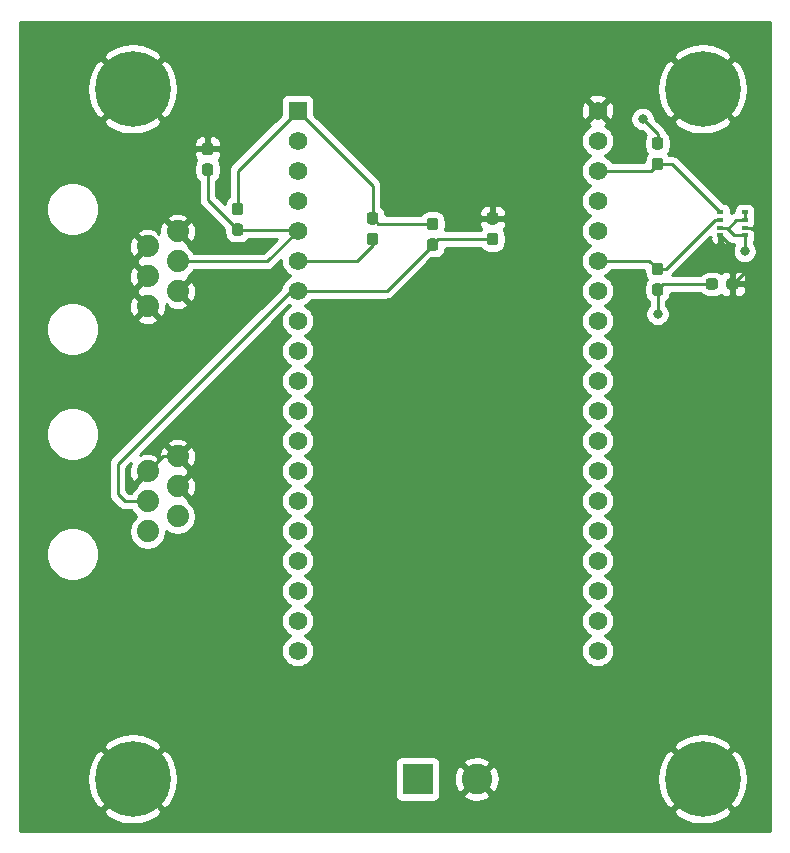
<source format=gbr>
%TF.GenerationSoftware,KiCad,Pcbnew,5.1.7-a382d34a8~88~ubuntu20.04.1*%
%TF.CreationDate,2021-03-16T20:42:08-04:00*%
%TF.ProjectId,weather_station,77656174-6865-4725-9f73-746174696f6e,rev?*%
%TF.SameCoordinates,Original*%
%TF.FileFunction,Copper,L1,Top*%
%TF.FilePolarity,Positive*%
%FSLAX46Y46*%
G04 Gerber Fmt 4.6, Leading zero omitted, Abs format (unit mm)*
G04 Created by KiCad (PCBNEW 5.1.7-a382d34a8~88~ubuntu20.04.1) date 2021-03-16 20:42:08*
%MOMM*%
%LPD*%
G01*
G04 APERTURE LIST*
%TA.AperFunction,ComponentPad*%
%ADD10C,6.400000*%
%TD*%
%TA.AperFunction,ComponentPad*%
%ADD11C,1.879600*%
%TD*%
%TA.AperFunction,ComponentPad*%
%ADD12R,2.600000X2.600000*%
%TD*%
%TA.AperFunction,ComponentPad*%
%ADD13C,2.600000*%
%TD*%
%TA.AperFunction,SMDPad,CuDef*%
%ADD14R,0.500000X0.350000*%
%TD*%
%TA.AperFunction,ComponentPad*%
%ADD15R,1.560000X1.560000*%
%TD*%
%TA.AperFunction,ComponentPad*%
%ADD16C,1.560000*%
%TD*%
%TA.AperFunction,ViaPad*%
%ADD17C,0.800000*%
%TD*%
%TA.AperFunction,Conductor*%
%ADD18C,0.250000*%
%TD*%
%TA.AperFunction,Conductor*%
%ADD19C,0.254000*%
%TD*%
%TA.AperFunction,Conductor*%
%ADD20C,0.100000*%
%TD*%
G04 APERTURE END LIST*
%TO.P,C3,2*%
%TO.N,GND*%
%TA.AperFunction,SMDPad,CuDef*%
G36*
G01*
X143747500Y-76245000D02*
X143272500Y-76245000D01*
G75*
G02*
X143035000Y-76007500I0J237500D01*
G01*
X143035000Y-75432500D01*
G75*
G02*
X143272500Y-75195000I237500J0D01*
G01*
X143747500Y-75195000D01*
G75*
G02*
X143985000Y-75432500I0J-237500D01*
G01*
X143985000Y-76007500D01*
G75*
G02*
X143747500Y-76245000I-237500J0D01*
G01*
G37*
%TD.AperFunction*%
%TO.P,C3,1*%
%TO.N,/WIND_SPD*%
%TA.AperFunction,SMDPad,CuDef*%
G36*
G01*
X143747500Y-77995000D02*
X143272500Y-77995000D01*
G75*
G02*
X143035000Y-77757500I0J237500D01*
G01*
X143035000Y-77182500D01*
G75*
G02*
X143272500Y-76945000I237500J0D01*
G01*
X143747500Y-76945000D01*
G75*
G02*
X143985000Y-77182500I0J-237500D01*
G01*
X143985000Y-77757500D01*
G75*
G02*
X143747500Y-77995000I-237500J0D01*
G01*
G37*
%TD.AperFunction*%
%TD*%
%TO.P,R5,2*%
%TO.N,/WIND_DIR*%
%TA.AperFunction,SMDPad,CuDef*%
G36*
G01*
X133112500Y-76945000D02*
X133587500Y-76945000D01*
G75*
G02*
X133825000Y-77182500I0J-237500D01*
G01*
X133825000Y-77757500D01*
G75*
G02*
X133587500Y-77995000I-237500J0D01*
G01*
X133112500Y-77995000D01*
G75*
G02*
X132875000Y-77757500I0J237500D01*
G01*
X132875000Y-77182500D01*
G75*
G02*
X133112500Y-76945000I237500J0D01*
G01*
G37*
%TD.AperFunction*%
%TO.P,R5,1*%
%TO.N,VDD*%
%TA.AperFunction,SMDPad,CuDef*%
G36*
G01*
X133112500Y-75195000D02*
X133587500Y-75195000D01*
G75*
G02*
X133825000Y-75432500I0J-237500D01*
G01*
X133825000Y-76007500D01*
G75*
G02*
X133587500Y-76245000I-237500J0D01*
G01*
X133112500Y-76245000D01*
G75*
G02*
X132875000Y-76007500I0J237500D01*
G01*
X132875000Y-75432500D01*
G75*
G02*
X133112500Y-75195000I237500J0D01*
G01*
G37*
%TD.AperFunction*%
%TD*%
%TO.P,R4,2*%
%TO.N,/WIND_SPD*%
%TA.AperFunction,SMDPad,CuDef*%
G36*
G01*
X138192500Y-77425000D02*
X138667500Y-77425000D01*
G75*
G02*
X138905000Y-77662500I0J-237500D01*
G01*
X138905000Y-78237500D01*
G75*
G02*
X138667500Y-78475000I-237500J0D01*
G01*
X138192500Y-78475000D01*
G75*
G02*
X137955000Y-78237500I0J237500D01*
G01*
X137955000Y-77662500D01*
G75*
G02*
X138192500Y-77425000I237500J0D01*
G01*
G37*
%TD.AperFunction*%
%TO.P,R4,1*%
%TO.N,VDD*%
%TA.AperFunction,SMDPad,CuDef*%
G36*
G01*
X138192500Y-75675000D02*
X138667500Y-75675000D01*
G75*
G02*
X138905000Y-75912500I0J-237500D01*
G01*
X138905000Y-76487500D01*
G75*
G02*
X138667500Y-76725000I-237500J0D01*
G01*
X138192500Y-76725000D01*
G75*
G02*
X137955000Y-76487500I0J237500D01*
G01*
X137955000Y-75912500D01*
G75*
G02*
X138192500Y-75675000I237500J0D01*
G01*
G37*
%TD.AperFunction*%
%TD*%
%TO.P,R3,2*%
%TO.N,/RAIN*%
%TA.AperFunction,SMDPad,CuDef*%
G36*
G01*
X121682500Y-76155000D02*
X122157500Y-76155000D01*
G75*
G02*
X122395000Y-76392500I0J-237500D01*
G01*
X122395000Y-76967500D01*
G75*
G02*
X122157500Y-77205000I-237500J0D01*
G01*
X121682500Y-77205000D01*
G75*
G02*
X121445000Y-76967500I0J237500D01*
G01*
X121445000Y-76392500D01*
G75*
G02*
X121682500Y-76155000I237500J0D01*
G01*
G37*
%TD.AperFunction*%
%TO.P,R3,1*%
%TO.N,VDD*%
%TA.AperFunction,SMDPad,CuDef*%
G36*
G01*
X121682500Y-74405000D02*
X122157500Y-74405000D01*
G75*
G02*
X122395000Y-74642500I0J-237500D01*
G01*
X122395000Y-75217500D01*
G75*
G02*
X122157500Y-75455000I-237500J0D01*
G01*
X121682500Y-75455000D01*
G75*
G02*
X121445000Y-75217500I0J237500D01*
G01*
X121445000Y-74642500D01*
G75*
G02*
X121682500Y-74405000I237500J0D01*
G01*
G37*
%TD.AperFunction*%
%TD*%
%TO.P,C1,2*%
%TO.N,GND*%
%TA.AperFunction,SMDPad,CuDef*%
G36*
G01*
X119617500Y-70375000D02*
X119142500Y-70375000D01*
G75*
G02*
X118905000Y-70137500I0J237500D01*
G01*
X118905000Y-69562500D01*
G75*
G02*
X119142500Y-69325000I237500J0D01*
G01*
X119617500Y-69325000D01*
G75*
G02*
X119855000Y-69562500I0J-237500D01*
G01*
X119855000Y-70137500D01*
G75*
G02*
X119617500Y-70375000I-237500J0D01*
G01*
G37*
%TD.AperFunction*%
%TO.P,C1,1*%
%TO.N,/RAIN*%
%TA.AperFunction,SMDPad,CuDef*%
G36*
G01*
X119617500Y-72125000D02*
X119142500Y-72125000D01*
G75*
G02*
X118905000Y-71887500I0J237500D01*
G01*
X118905000Y-71312500D01*
G75*
G02*
X119142500Y-71075000I237500J0D01*
G01*
X119617500Y-71075000D01*
G75*
G02*
X119855000Y-71312500I0J-237500D01*
G01*
X119855000Y-71887500D01*
G75*
G02*
X119617500Y-72125000I-237500J0D01*
G01*
G37*
%TD.AperFunction*%
%TD*%
%TO.P,C2,1*%
%TO.N,VDD*%
%TA.AperFunction,SMDPad,CuDef*%
G36*
G01*
X161555000Y-81517500D02*
X161555000Y-81042500D01*
G75*
G02*
X161792500Y-80805000I237500J0D01*
G01*
X162367500Y-80805000D01*
G75*
G02*
X162605000Y-81042500I0J-237500D01*
G01*
X162605000Y-81517500D01*
G75*
G02*
X162367500Y-81755000I-237500J0D01*
G01*
X161792500Y-81755000D01*
G75*
G02*
X161555000Y-81517500I0J237500D01*
G01*
G37*
%TD.AperFunction*%
%TO.P,C2,2*%
%TO.N,GND*%
%TA.AperFunction,SMDPad,CuDef*%
G36*
G01*
X163305000Y-81517500D02*
X163305000Y-81042500D01*
G75*
G02*
X163542500Y-80805000I237500J0D01*
G01*
X164117500Y-80805000D01*
G75*
G02*
X164355000Y-81042500I0J-237500D01*
G01*
X164355000Y-81517500D01*
G75*
G02*
X164117500Y-81755000I-237500J0D01*
G01*
X163542500Y-81755000D01*
G75*
G02*
X163305000Y-81517500I0J237500D01*
G01*
G37*
%TD.AperFunction*%
%TD*%
D10*
%TO.P,H1,1*%
%TO.N,GND*%
X113030000Y-64770000D03*
%TD*%
%TO.P,H2,1*%
%TO.N,GND*%
X161290000Y-123190000D03*
%TD*%
%TO.P,H3,1*%
%TO.N,GND*%
X161290000Y-64770000D03*
%TD*%
%TO.P,H4,1*%
%TO.N,GND*%
X113030000Y-123190000D03*
%TD*%
D11*
%TO.P,J1,1*%
%TO.N,GND*%
X116840000Y-76835000D03*
%TO.P,J1,2*%
X114300000Y-78105000D03*
%TO.P,J1,3*%
%TO.N,/RAIN*%
X116840000Y-79375000D03*
%TO.P,J1,4*%
%TO.N,GND*%
X114300000Y-80645000D03*
%TO.P,J1,5*%
X116840000Y-81915000D03*
%TO.P,J1,6*%
X114300000Y-83185000D03*
%TD*%
%TO.P,J2,6*%
%TO.N,Net-(J2-Pad6)*%
X114300000Y-102235000D03*
%TO.P,J2,5*%
%TO.N,/WIND_DIR*%
X116840000Y-100965000D03*
%TO.P,J2,4*%
%TO.N,/WIND_SPD*%
X114300000Y-99695000D03*
%TO.P,J2,3*%
%TO.N,GND*%
X116840000Y-98425000D03*
%TO.P,J2,2*%
X114300000Y-97155000D03*
%TO.P,J2,1*%
X116840000Y-95885000D03*
%TD*%
D12*
%TO.P,J3,1*%
%TO.N,VDD*%
X137160000Y-123190000D03*
D13*
%TO.P,J3,2*%
%TO.N,GND*%
X142160000Y-123190000D03*
%TD*%
%TO.P,R1,1*%
%TO.N,VDD*%
%TA.AperFunction,SMDPad,CuDef*%
G36*
G01*
X157242500Y-68845000D02*
X157717500Y-68845000D01*
G75*
G02*
X157955000Y-69082500I0J-237500D01*
G01*
X157955000Y-69657500D01*
G75*
G02*
X157717500Y-69895000I-237500J0D01*
G01*
X157242500Y-69895000D01*
G75*
G02*
X157005000Y-69657500I0J237500D01*
G01*
X157005000Y-69082500D01*
G75*
G02*
X157242500Y-68845000I237500J0D01*
G01*
G37*
%TD.AperFunction*%
%TO.P,R1,2*%
%TO.N,/SCL*%
%TA.AperFunction,SMDPad,CuDef*%
G36*
G01*
X157242500Y-70595000D02*
X157717500Y-70595000D01*
G75*
G02*
X157955000Y-70832500I0J-237500D01*
G01*
X157955000Y-71407500D01*
G75*
G02*
X157717500Y-71645000I-237500J0D01*
G01*
X157242500Y-71645000D01*
G75*
G02*
X157005000Y-71407500I0J237500D01*
G01*
X157005000Y-70832500D01*
G75*
G02*
X157242500Y-70595000I237500J0D01*
G01*
G37*
%TD.AperFunction*%
%TD*%
%TO.P,R2,2*%
%TO.N,/SDA*%
%TA.AperFunction,SMDPad,CuDef*%
G36*
G01*
X157717500Y-80535000D02*
X157242500Y-80535000D01*
G75*
G02*
X157005000Y-80297500I0J237500D01*
G01*
X157005000Y-79722500D01*
G75*
G02*
X157242500Y-79485000I237500J0D01*
G01*
X157717500Y-79485000D01*
G75*
G02*
X157955000Y-79722500I0J-237500D01*
G01*
X157955000Y-80297500D01*
G75*
G02*
X157717500Y-80535000I-237500J0D01*
G01*
G37*
%TD.AperFunction*%
%TO.P,R2,1*%
%TO.N,VDD*%
%TA.AperFunction,SMDPad,CuDef*%
G36*
G01*
X157717500Y-82285000D02*
X157242500Y-82285000D01*
G75*
G02*
X157005000Y-82047500I0J237500D01*
G01*
X157005000Y-81472500D01*
G75*
G02*
X157242500Y-81235000I237500J0D01*
G01*
X157717500Y-81235000D01*
G75*
G02*
X157955000Y-81472500I0J-237500D01*
G01*
X157955000Y-82047500D01*
G75*
G02*
X157717500Y-82285000I-237500J0D01*
G01*
G37*
%TD.AperFunction*%
%TD*%
D14*
%TO.P,U1,1*%
%TO.N,GND*%
X162805000Y-77175000D03*
%TO.P,U1,2*%
%TO.N,VDD*%
X162805000Y-76525000D03*
%TO.P,U1,3*%
%TO.N,/SDA*%
X162805000Y-75875000D03*
%TO.P,U1,4*%
%TO.N,/SCL*%
X162805000Y-75225000D03*
%TO.P,U1,5*%
%TO.N,VDD*%
X164854999Y-75225000D03*
%TO.P,U1,6*%
X164854999Y-75875000D03*
%TO.P,U1,7*%
%TO.N,GND*%
X164854999Y-76525000D03*
%TO.P,U1,8*%
%TO.N,VDD*%
X164854999Y-77175000D03*
%TD*%
D15*
%TO.P,U2,1*%
%TO.N,VDD*%
X127000000Y-66600000D03*
D16*
%TO.P,U2,2*%
%TO.N,Net-(U2-Pad2)*%
X127000000Y-69140000D03*
%TO.P,U2,19*%
%TO.N,Net-(U2-Pad19)*%
X127000000Y-112320000D03*
%TO.P,U2,3*%
%TO.N,Net-(U2-Pad3)*%
X127000000Y-71680000D03*
%TO.P,U2,4*%
%TO.N,Net-(U2-Pad4)*%
X127000000Y-74220000D03*
%TO.P,U2,5*%
%TO.N,/RAIN*%
X127000000Y-76760000D03*
%TO.P,U2,6*%
%TO.N,/WIND_DIR*%
X127000000Y-79300000D03*
%TO.P,U2,7*%
%TO.N,/WIND_SPD*%
X127000000Y-81840000D03*
%TO.P,U2,8*%
%TO.N,Net-(U2-Pad8)*%
X127000000Y-84380000D03*
%TO.P,U2,9*%
%TO.N,Net-(U2-Pad9)*%
X127000000Y-86920000D03*
%TO.P,U2,10*%
%TO.N,Net-(U2-Pad10)*%
X127000000Y-89460000D03*
%TO.P,U2,11*%
%TO.N,Net-(U2-Pad11)*%
X127000000Y-92000000D03*
%TO.P,U2,12*%
%TO.N,Net-(U2-Pad12)*%
X127000000Y-94540000D03*
%TO.P,U2,13*%
%TO.N,Net-(U2-Pad13)*%
X127000000Y-97080000D03*
%TO.P,U2,14*%
%TO.N,Net-(U2-Pad14)*%
X127000000Y-99620000D03*
%TO.P,U2,15*%
%TO.N,Net-(U2-Pad15)*%
X127000000Y-102160000D03*
%TO.P,U2,16*%
%TO.N,Net-(U2-Pad16)*%
X127000000Y-104700000D03*
%TO.P,U2,17*%
%TO.N,Net-(U2-Pad17)*%
X127000000Y-107240000D03*
%TO.P,U2,18*%
%TO.N,Net-(U2-Pad18)*%
X127000000Y-109780000D03*
%TO.P,U2,20*%
%TO.N,GND*%
X152400000Y-66600000D03*
%TO.P,U2,21*%
%TO.N,Net-(U2-Pad21)*%
X152400000Y-69140000D03*
%TO.P,U2,22*%
%TO.N,/SCL*%
X152400000Y-71680000D03*
%TO.P,U2,23*%
%TO.N,Net-(U2-Pad23)*%
X152400000Y-74220000D03*
%TO.P,U2,24*%
%TO.N,Net-(U2-Pad24)*%
X152400000Y-76760000D03*
%TO.P,U2,25*%
%TO.N,/SDA*%
X152400000Y-79300000D03*
%TO.P,U2,26*%
%TO.N,Net-(U2-Pad26)*%
X152400000Y-81840000D03*
%TO.P,U2,27*%
%TO.N,Net-(U2-Pad27)*%
X152400000Y-84380000D03*
%TO.P,U2,28*%
%TO.N,Net-(U2-Pad28)*%
X152400000Y-86920000D03*
%TO.P,U2,29*%
%TO.N,Net-(U2-Pad29)*%
X152400000Y-89460000D03*
%TO.P,U2,30*%
%TO.N,Net-(U2-Pad30)*%
X152400000Y-92000000D03*
%TO.P,U2,31*%
%TO.N,Net-(U2-Pad31)*%
X152400000Y-94540000D03*
%TO.P,U2,32*%
%TO.N,Net-(U2-Pad32)*%
X152400000Y-97080000D03*
%TO.P,U2,33*%
%TO.N,Net-(U2-Pad33)*%
X152400000Y-99620000D03*
%TO.P,U2,34*%
%TO.N,Net-(U2-Pad34)*%
X152400000Y-102160000D03*
%TO.P,U2,35*%
%TO.N,Net-(U2-Pad35)*%
X152400000Y-104700000D03*
%TO.P,U2,36*%
%TO.N,Net-(U2-Pad36)*%
X152400000Y-107240000D03*
%TO.P,U2,37*%
%TO.N,Net-(U2-Pad37)*%
X152400000Y-109780000D03*
%TO.P,U2,38*%
%TO.N,Net-(U2-Pad38)*%
X152400000Y-112320000D03*
%TD*%
D17*
%TO.N,VDD*%
X164854999Y-78494999D03*
X157480000Y-83820000D03*
X156210000Y-67310000D03*
%TD*%
D18*
%TO.N,VDD*%
X121920000Y-71680000D02*
X127000000Y-66600000D01*
X121920000Y-74930000D02*
X121920000Y-71680000D01*
X157960000Y-81280000D02*
X157480000Y-81760000D01*
X162080000Y-81280000D02*
X157960000Y-81280000D01*
X163955000Y-77175000D02*
X164854999Y-77175000D01*
X162805000Y-76525000D02*
X163305000Y-76525000D01*
X164155000Y-75875000D02*
X163405000Y-76625000D01*
X164854999Y-75875000D02*
X164155000Y-75875000D01*
X163405000Y-76625000D02*
X163955000Y-77175000D01*
X163305000Y-76525000D02*
X163405000Y-76625000D01*
X164854999Y-75225000D02*
X164854999Y-75875000D01*
X164854999Y-77175000D02*
X164854999Y-78494999D01*
X157480000Y-81760000D02*
X157480000Y-83820000D01*
X133830000Y-76200000D02*
X133350000Y-75720000D01*
X138430000Y-76200000D02*
X133830000Y-76200000D01*
X133350000Y-72950000D02*
X127000000Y-66600000D01*
X133350000Y-75720000D02*
X133350000Y-72950000D01*
X157480000Y-68580000D02*
X156210000Y-67310000D01*
X157480000Y-69370000D02*
X157480000Y-68580000D01*
%TO.N,GND*%
X163830000Y-78200000D02*
X162805000Y-77175000D01*
X163830000Y-81280000D02*
X163830000Y-78200000D01*
X166370000Y-78740000D02*
X163830000Y-81280000D01*
X166370000Y-77470000D02*
X166370000Y-78740000D01*
X165425000Y-76525000D02*
X166370000Y-77470000D01*
X164854999Y-76525000D02*
X165425000Y-76525000D01*
X115570000Y-95885000D02*
X116840000Y-95885000D01*
X114300000Y-97155000D02*
X115570000Y-95885000D01*
%TO.N,/SCL*%
X156920000Y-71680000D02*
X157480000Y-71120000D01*
X152400000Y-71680000D02*
X156920000Y-71680000D01*
X158700000Y-71120000D02*
X162805000Y-75225000D01*
X157480000Y-71120000D02*
X158700000Y-71120000D01*
%TO.N,/SDA*%
X156770000Y-79300000D02*
X157480000Y-80010000D01*
X152400000Y-79300000D02*
X156770000Y-79300000D01*
X158170000Y-80010000D02*
X157480000Y-80010000D01*
X162305000Y-75875000D02*
X158170000Y-80010000D01*
X162805000Y-75875000D02*
X162305000Y-75875000D01*
%TO.N,/RAIN*%
X124385000Y-79375000D02*
X127000000Y-76760000D01*
X116840000Y-79375000D02*
X124385000Y-79375000D01*
X126920000Y-76680000D02*
X127000000Y-76760000D01*
X121920000Y-76680000D02*
X126920000Y-76680000D01*
X119380000Y-74140000D02*
X121920000Y-76680000D01*
X119380000Y-71600000D02*
X119380000Y-74140000D01*
%TO.N,/WIND_DIR*%
X132045000Y-79300000D02*
X127000000Y-79300000D01*
X133350000Y-77995000D02*
X132045000Y-79300000D01*
X133350000Y-77470000D02*
X133350000Y-77995000D01*
%TO.N,/WIND_SPD*%
X114300000Y-99695000D02*
X112395000Y-99695000D01*
X112395000Y-99695000D02*
X111760000Y-99060000D01*
X111760000Y-99060000D02*
X111760000Y-96520000D01*
X126440000Y-81840000D02*
X127000000Y-81840000D01*
X111760000Y-96520000D02*
X126440000Y-81840000D01*
X134540000Y-81840000D02*
X127000000Y-81840000D01*
X138430000Y-77950000D02*
X134540000Y-81840000D01*
X138910000Y-77470000D02*
X138430000Y-77950000D01*
X143510000Y-77470000D02*
X138910000Y-77470000D01*
%TD*%
D19*
%TO.N,GND*%
X166980001Y-127610000D02*
X103530000Y-127610000D01*
X103530000Y-125890881D01*
X110508724Y-125890881D01*
X110868912Y-126380548D01*
X111532882Y-126740849D01*
X112254385Y-126964694D01*
X113005695Y-127043480D01*
X113757938Y-126974178D01*
X114482208Y-126759452D01*
X115150670Y-126407555D01*
X115191088Y-126380548D01*
X115551276Y-125890881D01*
X158768724Y-125890881D01*
X159128912Y-126380548D01*
X159792882Y-126740849D01*
X160514385Y-126964694D01*
X161265695Y-127043480D01*
X162017938Y-126974178D01*
X162742208Y-126759452D01*
X163410670Y-126407555D01*
X163451088Y-126380548D01*
X163811276Y-125890881D01*
X161290000Y-123369605D01*
X158768724Y-125890881D01*
X115551276Y-125890881D01*
X113030000Y-123369605D01*
X110508724Y-125890881D01*
X103530000Y-125890881D01*
X103530000Y-123165695D01*
X109176520Y-123165695D01*
X109245822Y-123917938D01*
X109460548Y-124642208D01*
X109812445Y-125310670D01*
X109839452Y-125351088D01*
X110329119Y-125711276D01*
X112850395Y-123190000D01*
X113209605Y-123190000D01*
X115730881Y-125711276D01*
X116220548Y-125351088D01*
X116580849Y-124687118D01*
X116804694Y-123965615D01*
X116883480Y-123214305D01*
X116814178Y-122462062D01*
X116644578Y-121890000D01*
X135221928Y-121890000D01*
X135221928Y-124490000D01*
X135234188Y-124614482D01*
X135270498Y-124734180D01*
X135329463Y-124844494D01*
X135408815Y-124941185D01*
X135505506Y-125020537D01*
X135615820Y-125079502D01*
X135735518Y-125115812D01*
X135860000Y-125128072D01*
X138460000Y-125128072D01*
X138584482Y-125115812D01*
X138704180Y-125079502D01*
X138814494Y-125020537D01*
X138911185Y-124941185D01*
X138990537Y-124844494D01*
X139049502Y-124734180D01*
X139085812Y-124614482D01*
X139093224Y-124539224D01*
X140990381Y-124539224D01*
X141122317Y-124834312D01*
X141463045Y-125005159D01*
X141830557Y-125106250D01*
X142210729Y-125133701D01*
X142588951Y-125086457D01*
X142950690Y-124966333D01*
X143197683Y-124834312D01*
X143329619Y-124539224D01*
X142160000Y-123369605D01*
X140990381Y-124539224D01*
X139093224Y-124539224D01*
X139098072Y-124490000D01*
X139098072Y-123240729D01*
X140216299Y-123240729D01*
X140263543Y-123618951D01*
X140383667Y-123980690D01*
X140515688Y-124227683D01*
X140810776Y-124359619D01*
X141980395Y-123190000D01*
X142339605Y-123190000D01*
X143509224Y-124359619D01*
X143804312Y-124227683D01*
X143975159Y-123886955D01*
X144076250Y-123519443D01*
X144101793Y-123165695D01*
X157436520Y-123165695D01*
X157505822Y-123917938D01*
X157720548Y-124642208D01*
X158072445Y-125310670D01*
X158099452Y-125351088D01*
X158589119Y-125711276D01*
X161110395Y-123190000D01*
X161469605Y-123190000D01*
X163990881Y-125711276D01*
X164480548Y-125351088D01*
X164840849Y-124687118D01*
X165064694Y-123965615D01*
X165143480Y-123214305D01*
X165074178Y-122462062D01*
X164859452Y-121737792D01*
X164507555Y-121069330D01*
X164480548Y-121028912D01*
X163990881Y-120668724D01*
X161469605Y-123190000D01*
X161110395Y-123190000D01*
X158589119Y-120668724D01*
X158099452Y-121028912D01*
X157739151Y-121692882D01*
X157515306Y-122414385D01*
X157436520Y-123165695D01*
X144101793Y-123165695D01*
X144103701Y-123139271D01*
X144056457Y-122761049D01*
X143936333Y-122399310D01*
X143804312Y-122152317D01*
X143509224Y-122020381D01*
X142339605Y-123190000D01*
X141980395Y-123190000D01*
X140810776Y-122020381D01*
X140515688Y-122152317D01*
X140344841Y-122493045D01*
X140243750Y-122860557D01*
X140216299Y-123240729D01*
X139098072Y-123240729D01*
X139098072Y-121890000D01*
X139093225Y-121840776D01*
X140990381Y-121840776D01*
X142160000Y-123010395D01*
X143329619Y-121840776D01*
X143197683Y-121545688D01*
X142856955Y-121374841D01*
X142489443Y-121273750D01*
X142109271Y-121246299D01*
X141731049Y-121293543D01*
X141369310Y-121413667D01*
X141122317Y-121545688D01*
X140990381Y-121840776D01*
X139093225Y-121840776D01*
X139085812Y-121765518D01*
X139049502Y-121645820D01*
X138990537Y-121535506D01*
X138911185Y-121438815D01*
X138814494Y-121359463D01*
X138704180Y-121300498D01*
X138584482Y-121264188D01*
X138460000Y-121251928D01*
X135860000Y-121251928D01*
X135735518Y-121264188D01*
X135615820Y-121300498D01*
X135505506Y-121359463D01*
X135408815Y-121438815D01*
X135329463Y-121535506D01*
X135270498Y-121645820D01*
X135234188Y-121765518D01*
X135221928Y-121890000D01*
X116644578Y-121890000D01*
X116599452Y-121737792D01*
X116247555Y-121069330D01*
X116220548Y-121028912D01*
X115730881Y-120668724D01*
X113209605Y-123190000D01*
X112850395Y-123190000D01*
X110329119Y-120668724D01*
X109839452Y-121028912D01*
X109479151Y-121692882D01*
X109255306Y-122414385D01*
X109176520Y-123165695D01*
X103530000Y-123165695D01*
X103530000Y-120489119D01*
X110508724Y-120489119D01*
X113030000Y-123010395D01*
X115551276Y-120489119D01*
X158768724Y-120489119D01*
X161290000Y-123010395D01*
X163811276Y-120489119D01*
X163451088Y-119999452D01*
X162787118Y-119639151D01*
X162065615Y-119415306D01*
X161314305Y-119336520D01*
X160562062Y-119405822D01*
X159837792Y-119620548D01*
X159169330Y-119972445D01*
X159128912Y-119999452D01*
X158768724Y-120489119D01*
X115551276Y-120489119D01*
X115191088Y-119999452D01*
X114527118Y-119639151D01*
X113805615Y-119415306D01*
X113054305Y-119336520D01*
X112302062Y-119405822D01*
X111577792Y-119620548D01*
X110909330Y-119972445D01*
X110868912Y-119999452D01*
X110508724Y-120489119D01*
X103530000Y-120489119D01*
X103530000Y-103917350D01*
X105689400Y-103917350D01*
X105689400Y-104362650D01*
X105776274Y-104799393D01*
X105946682Y-105210796D01*
X106194077Y-105581048D01*
X106508952Y-105895923D01*
X106879204Y-106143318D01*
X107290607Y-106313726D01*
X107727350Y-106400600D01*
X108172650Y-106400600D01*
X108609393Y-106313726D01*
X109020796Y-106143318D01*
X109391048Y-105895923D01*
X109705923Y-105581048D01*
X109953318Y-105210796D01*
X110123726Y-104799393D01*
X110210600Y-104362650D01*
X110210600Y-103917350D01*
X110123726Y-103480607D01*
X109953318Y-103069204D01*
X109705923Y-102698952D01*
X109391048Y-102384077D01*
X109020796Y-102136682D01*
X108609393Y-101966274D01*
X108172650Y-101879400D01*
X107727350Y-101879400D01*
X107290607Y-101966274D01*
X106879204Y-102136682D01*
X106508952Y-102384077D01*
X106194077Y-102698952D01*
X105946682Y-103069204D01*
X105776274Y-103480607D01*
X105689400Y-103917350D01*
X103530000Y-103917350D01*
X103530000Y-96520000D01*
X110996324Y-96520000D01*
X111000001Y-96557332D01*
X111000000Y-99022677D01*
X110996324Y-99060000D01*
X111000000Y-99097322D01*
X111000000Y-99097332D01*
X111010997Y-99208985D01*
X111054454Y-99352246D01*
X111125026Y-99484276D01*
X111152273Y-99517476D01*
X111219999Y-99600001D01*
X111249002Y-99623803D01*
X111831200Y-100206002D01*
X111854999Y-100235001D01*
X111883997Y-100258799D01*
X111970724Y-100329974D01*
X112102753Y-100400546D01*
X112246014Y-100444003D01*
X112395000Y-100458677D01*
X112432333Y-100455000D01*
X112913819Y-100455000D01*
X113076773Y-100698877D01*
X113296123Y-100918227D01*
X113366124Y-100965000D01*
X113296123Y-101011773D01*
X113076773Y-101231123D01*
X112904430Y-101489052D01*
X112785718Y-101775648D01*
X112725200Y-102079896D01*
X112725200Y-102390104D01*
X112785718Y-102694352D01*
X112904430Y-102980948D01*
X113076773Y-103238877D01*
X113296123Y-103458227D01*
X113554052Y-103630570D01*
X113840648Y-103749282D01*
X114144896Y-103809800D01*
X114455104Y-103809800D01*
X114759352Y-103749282D01*
X115045948Y-103630570D01*
X115303877Y-103458227D01*
X115523227Y-103238877D01*
X115695570Y-102980948D01*
X115814282Y-102694352D01*
X115874800Y-102390104D01*
X115874800Y-102214070D01*
X116094052Y-102360570D01*
X116380648Y-102479282D01*
X116684896Y-102539800D01*
X116995104Y-102539800D01*
X117299352Y-102479282D01*
X117585948Y-102360570D01*
X117843877Y-102188227D01*
X118063227Y-101968877D01*
X118235570Y-101710948D01*
X118354282Y-101424352D01*
X118414800Y-101120104D01*
X118414800Y-100809896D01*
X118354282Y-100505648D01*
X118235570Y-100219052D01*
X118063227Y-99961123D01*
X117843877Y-99741773D01*
X117707286Y-99650505D01*
X117752871Y-99517476D01*
X116840000Y-98604605D01*
X116825858Y-98618748D01*
X116646253Y-98439143D01*
X116660395Y-98425000D01*
X117019605Y-98425000D01*
X117932476Y-99337871D01*
X118190723Y-99249377D01*
X118325597Y-98970024D01*
X118403381Y-98669725D01*
X118421084Y-98360023D01*
X118378027Y-98052816D01*
X118275865Y-97759914D01*
X118190723Y-97600623D01*
X117932476Y-97512129D01*
X117019605Y-98425000D01*
X116660395Y-98425000D01*
X116646253Y-98410858D01*
X116825858Y-98231253D01*
X116840000Y-98245395D01*
X117752871Y-97332524D01*
X117692039Y-97155000D01*
X117752871Y-96977476D01*
X116840000Y-96064605D01*
X116825858Y-96078748D01*
X116646253Y-95899143D01*
X116660395Y-95885000D01*
X117019605Y-95885000D01*
X117932476Y-96797871D01*
X118190723Y-96709377D01*
X118325597Y-96430024D01*
X118403381Y-96129725D01*
X118421084Y-95820023D01*
X118378027Y-95512816D01*
X118275865Y-95219914D01*
X118190723Y-95060623D01*
X117932476Y-94972129D01*
X117019605Y-95885000D01*
X116660395Y-95885000D01*
X115747524Y-94972129D01*
X115489277Y-95060623D01*
X115354403Y-95339976D01*
X115276619Y-95640275D01*
X115258916Y-95949977D01*
X115267091Y-96008301D01*
X115212870Y-96062522D01*
X115124377Y-95804277D01*
X114845024Y-95669403D01*
X114544725Y-95591619D01*
X114235023Y-95573916D01*
X113927816Y-95616973D01*
X113636069Y-95718732D01*
X114562277Y-94792524D01*
X115927129Y-94792524D01*
X116840000Y-95705395D01*
X117752871Y-94792524D01*
X117664377Y-94534277D01*
X117385024Y-94399403D01*
X117084725Y-94321619D01*
X116775023Y-94303916D01*
X116467816Y-94346973D01*
X116174914Y-94449135D01*
X116015623Y-94534277D01*
X115927129Y-94792524D01*
X114562277Y-94792524D01*
X126288443Y-83066359D01*
X126329746Y-83093957D01*
X126368477Y-83110000D01*
X126329746Y-83126043D01*
X126097990Y-83280897D01*
X125900897Y-83477990D01*
X125746043Y-83709746D01*
X125639377Y-83967260D01*
X125585000Y-84240635D01*
X125585000Y-84519365D01*
X125639377Y-84792740D01*
X125746043Y-85050254D01*
X125900897Y-85282010D01*
X126097990Y-85479103D01*
X126329746Y-85633957D01*
X126368477Y-85650000D01*
X126329746Y-85666043D01*
X126097990Y-85820897D01*
X125900897Y-86017990D01*
X125746043Y-86249746D01*
X125639377Y-86507260D01*
X125585000Y-86780635D01*
X125585000Y-87059365D01*
X125639377Y-87332740D01*
X125746043Y-87590254D01*
X125900897Y-87822010D01*
X126097990Y-88019103D01*
X126329746Y-88173957D01*
X126368477Y-88190000D01*
X126329746Y-88206043D01*
X126097990Y-88360897D01*
X125900897Y-88557990D01*
X125746043Y-88789746D01*
X125639377Y-89047260D01*
X125585000Y-89320635D01*
X125585000Y-89599365D01*
X125639377Y-89872740D01*
X125746043Y-90130254D01*
X125900897Y-90362010D01*
X126097990Y-90559103D01*
X126329746Y-90713957D01*
X126368477Y-90730000D01*
X126329746Y-90746043D01*
X126097990Y-90900897D01*
X125900897Y-91097990D01*
X125746043Y-91329746D01*
X125639377Y-91587260D01*
X125585000Y-91860635D01*
X125585000Y-92139365D01*
X125639377Y-92412740D01*
X125746043Y-92670254D01*
X125900897Y-92902010D01*
X126097990Y-93099103D01*
X126329746Y-93253957D01*
X126368477Y-93270000D01*
X126329746Y-93286043D01*
X126097990Y-93440897D01*
X125900897Y-93637990D01*
X125746043Y-93869746D01*
X125639377Y-94127260D01*
X125585000Y-94400635D01*
X125585000Y-94679365D01*
X125639377Y-94952740D01*
X125746043Y-95210254D01*
X125900897Y-95442010D01*
X126097990Y-95639103D01*
X126329746Y-95793957D01*
X126368477Y-95810000D01*
X126329746Y-95826043D01*
X126097990Y-95980897D01*
X125900897Y-96177990D01*
X125746043Y-96409746D01*
X125639377Y-96667260D01*
X125585000Y-96940635D01*
X125585000Y-97219365D01*
X125639377Y-97492740D01*
X125746043Y-97750254D01*
X125900897Y-97982010D01*
X126097990Y-98179103D01*
X126329746Y-98333957D01*
X126368477Y-98350000D01*
X126329746Y-98366043D01*
X126097990Y-98520897D01*
X125900897Y-98717990D01*
X125746043Y-98949746D01*
X125639377Y-99207260D01*
X125585000Y-99480635D01*
X125585000Y-99759365D01*
X125639377Y-100032740D01*
X125746043Y-100290254D01*
X125900897Y-100522010D01*
X126097990Y-100719103D01*
X126329746Y-100873957D01*
X126368477Y-100890000D01*
X126329746Y-100906043D01*
X126097990Y-101060897D01*
X125900897Y-101257990D01*
X125746043Y-101489746D01*
X125639377Y-101747260D01*
X125585000Y-102020635D01*
X125585000Y-102299365D01*
X125639377Y-102572740D01*
X125746043Y-102830254D01*
X125900897Y-103062010D01*
X126097990Y-103259103D01*
X126329746Y-103413957D01*
X126368477Y-103430000D01*
X126329746Y-103446043D01*
X126097990Y-103600897D01*
X125900897Y-103797990D01*
X125746043Y-104029746D01*
X125639377Y-104287260D01*
X125585000Y-104560635D01*
X125585000Y-104839365D01*
X125639377Y-105112740D01*
X125746043Y-105370254D01*
X125900897Y-105602010D01*
X126097990Y-105799103D01*
X126329746Y-105953957D01*
X126368477Y-105970000D01*
X126329746Y-105986043D01*
X126097990Y-106140897D01*
X125900897Y-106337990D01*
X125746043Y-106569746D01*
X125639377Y-106827260D01*
X125585000Y-107100635D01*
X125585000Y-107379365D01*
X125639377Y-107652740D01*
X125746043Y-107910254D01*
X125900897Y-108142010D01*
X126097990Y-108339103D01*
X126329746Y-108493957D01*
X126368477Y-108510000D01*
X126329746Y-108526043D01*
X126097990Y-108680897D01*
X125900897Y-108877990D01*
X125746043Y-109109746D01*
X125639377Y-109367260D01*
X125585000Y-109640635D01*
X125585000Y-109919365D01*
X125639377Y-110192740D01*
X125746043Y-110450254D01*
X125900897Y-110682010D01*
X126097990Y-110879103D01*
X126329746Y-111033957D01*
X126368477Y-111050000D01*
X126329746Y-111066043D01*
X126097990Y-111220897D01*
X125900897Y-111417990D01*
X125746043Y-111649746D01*
X125639377Y-111907260D01*
X125585000Y-112180635D01*
X125585000Y-112459365D01*
X125639377Y-112732740D01*
X125746043Y-112990254D01*
X125900897Y-113222010D01*
X126097990Y-113419103D01*
X126329746Y-113573957D01*
X126587260Y-113680623D01*
X126860635Y-113735000D01*
X127139365Y-113735000D01*
X127412740Y-113680623D01*
X127670254Y-113573957D01*
X127902010Y-113419103D01*
X128099103Y-113222010D01*
X128253957Y-112990254D01*
X128360623Y-112732740D01*
X128415000Y-112459365D01*
X128415000Y-112180635D01*
X128360623Y-111907260D01*
X128253957Y-111649746D01*
X128099103Y-111417990D01*
X127902010Y-111220897D01*
X127670254Y-111066043D01*
X127631523Y-111050000D01*
X127670254Y-111033957D01*
X127902010Y-110879103D01*
X128099103Y-110682010D01*
X128253957Y-110450254D01*
X128360623Y-110192740D01*
X128415000Y-109919365D01*
X128415000Y-109640635D01*
X128360623Y-109367260D01*
X128253957Y-109109746D01*
X128099103Y-108877990D01*
X127902010Y-108680897D01*
X127670254Y-108526043D01*
X127631523Y-108510000D01*
X127670254Y-108493957D01*
X127902010Y-108339103D01*
X128099103Y-108142010D01*
X128253957Y-107910254D01*
X128360623Y-107652740D01*
X128415000Y-107379365D01*
X128415000Y-107100635D01*
X128360623Y-106827260D01*
X128253957Y-106569746D01*
X128099103Y-106337990D01*
X127902010Y-106140897D01*
X127670254Y-105986043D01*
X127631523Y-105970000D01*
X127670254Y-105953957D01*
X127902010Y-105799103D01*
X128099103Y-105602010D01*
X128253957Y-105370254D01*
X128360623Y-105112740D01*
X128415000Y-104839365D01*
X128415000Y-104560635D01*
X128360623Y-104287260D01*
X128253957Y-104029746D01*
X128099103Y-103797990D01*
X127902010Y-103600897D01*
X127670254Y-103446043D01*
X127631523Y-103430000D01*
X127670254Y-103413957D01*
X127902010Y-103259103D01*
X128099103Y-103062010D01*
X128253957Y-102830254D01*
X128360623Y-102572740D01*
X128415000Y-102299365D01*
X128415000Y-102020635D01*
X128360623Y-101747260D01*
X128253957Y-101489746D01*
X128099103Y-101257990D01*
X127902010Y-101060897D01*
X127670254Y-100906043D01*
X127631523Y-100890000D01*
X127670254Y-100873957D01*
X127902010Y-100719103D01*
X128099103Y-100522010D01*
X128253957Y-100290254D01*
X128360623Y-100032740D01*
X128415000Y-99759365D01*
X128415000Y-99480635D01*
X128360623Y-99207260D01*
X128253957Y-98949746D01*
X128099103Y-98717990D01*
X127902010Y-98520897D01*
X127670254Y-98366043D01*
X127631523Y-98350000D01*
X127670254Y-98333957D01*
X127902010Y-98179103D01*
X128099103Y-97982010D01*
X128253957Y-97750254D01*
X128360623Y-97492740D01*
X128415000Y-97219365D01*
X128415000Y-96940635D01*
X128360623Y-96667260D01*
X128253957Y-96409746D01*
X128099103Y-96177990D01*
X127902010Y-95980897D01*
X127670254Y-95826043D01*
X127631523Y-95810000D01*
X127670254Y-95793957D01*
X127902010Y-95639103D01*
X128099103Y-95442010D01*
X128253957Y-95210254D01*
X128360623Y-94952740D01*
X128415000Y-94679365D01*
X128415000Y-94400635D01*
X128360623Y-94127260D01*
X128253957Y-93869746D01*
X128099103Y-93637990D01*
X127902010Y-93440897D01*
X127670254Y-93286043D01*
X127631523Y-93270000D01*
X127670254Y-93253957D01*
X127902010Y-93099103D01*
X128099103Y-92902010D01*
X128253957Y-92670254D01*
X128360623Y-92412740D01*
X128415000Y-92139365D01*
X128415000Y-91860635D01*
X128360623Y-91587260D01*
X128253957Y-91329746D01*
X128099103Y-91097990D01*
X127902010Y-90900897D01*
X127670254Y-90746043D01*
X127631523Y-90730000D01*
X127670254Y-90713957D01*
X127902010Y-90559103D01*
X128099103Y-90362010D01*
X128253957Y-90130254D01*
X128360623Y-89872740D01*
X128415000Y-89599365D01*
X128415000Y-89320635D01*
X128360623Y-89047260D01*
X128253957Y-88789746D01*
X128099103Y-88557990D01*
X127902010Y-88360897D01*
X127670254Y-88206043D01*
X127631523Y-88190000D01*
X127670254Y-88173957D01*
X127902010Y-88019103D01*
X128099103Y-87822010D01*
X128253957Y-87590254D01*
X128360623Y-87332740D01*
X128415000Y-87059365D01*
X128415000Y-86780635D01*
X128360623Y-86507260D01*
X128253957Y-86249746D01*
X128099103Y-86017990D01*
X127902010Y-85820897D01*
X127670254Y-85666043D01*
X127631523Y-85650000D01*
X127670254Y-85633957D01*
X127902010Y-85479103D01*
X128099103Y-85282010D01*
X128253957Y-85050254D01*
X128360623Y-84792740D01*
X128415000Y-84519365D01*
X128415000Y-84240635D01*
X128360623Y-83967260D01*
X128253957Y-83709746D01*
X128099103Y-83477990D01*
X127902010Y-83280897D01*
X127670254Y-83126043D01*
X127631523Y-83110000D01*
X127670254Y-83093957D01*
X127902010Y-82939103D01*
X128099103Y-82742010D01*
X128193991Y-82600000D01*
X134502678Y-82600000D01*
X134540000Y-82603676D01*
X134577322Y-82600000D01*
X134577333Y-82600000D01*
X134688986Y-82589003D01*
X134832247Y-82545546D01*
X134964276Y-82474974D01*
X135080001Y-82380001D01*
X135103804Y-82350997D01*
X138341730Y-79113072D01*
X138667500Y-79113072D01*
X138838316Y-79096248D01*
X139002567Y-79046423D01*
X139153942Y-78965512D01*
X139286623Y-78856623D01*
X139395512Y-78723942D01*
X139476423Y-78572567D01*
X139526248Y-78408316D01*
X139543072Y-78237500D01*
X139543072Y-78230000D01*
X142537036Y-78230000D01*
X142544488Y-78243942D01*
X142653377Y-78376623D01*
X142786058Y-78485512D01*
X142937433Y-78566423D01*
X143101684Y-78616248D01*
X143272500Y-78633072D01*
X143747500Y-78633072D01*
X143918316Y-78616248D01*
X144082567Y-78566423D01*
X144233942Y-78485512D01*
X144366623Y-78376623D01*
X144475512Y-78243942D01*
X144556423Y-78092567D01*
X144606248Y-77928316D01*
X144623072Y-77757500D01*
X144623072Y-77182500D01*
X144606248Y-77011684D01*
X144556423Y-76847433D01*
X144475512Y-76696058D01*
X144455901Y-76672161D01*
X144515537Y-76599494D01*
X144574502Y-76489180D01*
X144610812Y-76369482D01*
X144623072Y-76245000D01*
X144620000Y-76005750D01*
X144461250Y-75847000D01*
X143637000Y-75847000D01*
X143637000Y-75867000D01*
X143383000Y-75867000D01*
X143383000Y-75847000D01*
X142558750Y-75847000D01*
X142400000Y-76005750D01*
X142396928Y-76245000D01*
X142409188Y-76369482D01*
X142445498Y-76489180D01*
X142504463Y-76599494D01*
X142564099Y-76672161D01*
X142544488Y-76696058D01*
X142537036Y-76710000D01*
X139510570Y-76710000D01*
X139526248Y-76658316D01*
X139543072Y-76487500D01*
X139543072Y-75912500D01*
X139526248Y-75741684D01*
X139476423Y-75577433D01*
X139395512Y-75426058D01*
X139286623Y-75293377D01*
X139166751Y-75195000D01*
X142396928Y-75195000D01*
X142400000Y-75434250D01*
X142558750Y-75593000D01*
X143383000Y-75593000D01*
X143383000Y-74718750D01*
X143637000Y-74718750D01*
X143637000Y-75593000D01*
X144461250Y-75593000D01*
X144620000Y-75434250D01*
X144623072Y-75195000D01*
X144610812Y-75070518D01*
X144574502Y-74950820D01*
X144515537Y-74840506D01*
X144436185Y-74743815D01*
X144339494Y-74664463D01*
X144229180Y-74605498D01*
X144109482Y-74569188D01*
X143985000Y-74556928D01*
X143795750Y-74560000D01*
X143637000Y-74718750D01*
X143383000Y-74718750D01*
X143224250Y-74560000D01*
X143035000Y-74556928D01*
X142910518Y-74569188D01*
X142790820Y-74605498D01*
X142680506Y-74664463D01*
X142583815Y-74743815D01*
X142504463Y-74840506D01*
X142445498Y-74950820D01*
X142409188Y-75070518D01*
X142396928Y-75195000D01*
X139166751Y-75195000D01*
X139153942Y-75184488D01*
X139002567Y-75103577D01*
X138838316Y-75053752D01*
X138667500Y-75036928D01*
X138192500Y-75036928D01*
X138021684Y-75053752D01*
X137857433Y-75103577D01*
X137706058Y-75184488D01*
X137573377Y-75293377D01*
X137464488Y-75426058D01*
X137457036Y-75440000D01*
X134463072Y-75440000D01*
X134463072Y-75432500D01*
X134446248Y-75261684D01*
X134396423Y-75097433D01*
X134315512Y-74946058D01*
X134206623Y-74813377D01*
X134110000Y-74734080D01*
X134110000Y-72987322D01*
X134113676Y-72949999D01*
X134110000Y-72912676D01*
X134110000Y-72912667D01*
X134099003Y-72801014D01*
X134055546Y-72657753D01*
X133984974Y-72525723D01*
X133913799Y-72438997D01*
X133890001Y-72409999D01*
X133861003Y-72386201D01*
X130475437Y-69000635D01*
X150985000Y-69000635D01*
X150985000Y-69279365D01*
X151039377Y-69552740D01*
X151146043Y-69810254D01*
X151300897Y-70042010D01*
X151497990Y-70239103D01*
X151729746Y-70393957D01*
X151768477Y-70410000D01*
X151729746Y-70426043D01*
X151497990Y-70580897D01*
X151300897Y-70777990D01*
X151146043Y-71009746D01*
X151039377Y-71267260D01*
X150985000Y-71540635D01*
X150985000Y-71819365D01*
X151039377Y-72092740D01*
X151146043Y-72350254D01*
X151300897Y-72582010D01*
X151497990Y-72779103D01*
X151729746Y-72933957D01*
X151768477Y-72950000D01*
X151729746Y-72966043D01*
X151497990Y-73120897D01*
X151300897Y-73317990D01*
X151146043Y-73549746D01*
X151039377Y-73807260D01*
X150985000Y-74080635D01*
X150985000Y-74359365D01*
X151039377Y-74632740D01*
X151146043Y-74890254D01*
X151300897Y-75122010D01*
X151497990Y-75319103D01*
X151729746Y-75473957D01*
X151768477Y-75490000D01*
X151729746Y-75506043D01*
X151497990Y-75660897D01*
X151300897Y-75857990D01*
X151146043Y-76089746D01*
X151039377Y-76347260D01*
X150985000Y-76620635D01*
X150985000Y-76899365D01*
X151039377Y-77172740D01*
X151146043Y-77430254D01*
X151300897Y-77662010D01*
X151497990Y-77859103D01*
X151729746Y-78013957D01*
X151768477Y-78030000D01*
X151729746Y-78046043D01*
X151497990Y-78200897D01*
X151300897Y-78397990D01*
X151146043Y-78629746D01*
X151039377Y-78887260D01*
X150985000Y-79160635D01*
X150985000Y-79439365D01*
X151039377Y-79712740D01*
X151146043Y-79970254D01*
X151300897Y-80202010D01*
X151497990Y-80399103D01*
X151729746Y-80553957D01*
X151768477Y-80570000D01*
X151729746Y-80586043D01*
X151497990Y-80740897D01*
X151300897Y-80937990D01*
X151146043Y-81169746D01*
X151039377Y-81427260D01*
X150985000Y-81700635D01*
X150985000Y-81979365D01*
X151039377Y-82252740D01*
X151146043Y-82510254D01*
X151300897Y-82742010D01*
X151497990Y-82939103D01*
X151729746Y-83093957D01*
X151768477Y-83110000D01*
X151729746Y-83126043D01*
X151497990Y-83280897D01*
X151300897Y-83477990D01*
X151146043Y-83709746D01*
X151039377Y-83967260D01*
X150985000Y-84240635D01*
X150985000Y-84519365D01*
X151039377Y-84792740D01*
X151146043Y-85050254D01*
X151300897Y-85282010D01*
X151497990Y-85479103D01*
X151729746Y-85633957D01*
X151768477Y-85650000D01*
X151729746Y-85666043D01*
X151497990Y-85820897D01*
X151300897Y-86017990D01*
X151146043Y-86249746D01*
X151039377Y-86507260D01*
X150985000Y-86780635D01*
X150985000Y-87059365D01*
X151039377Y-87332740D01*
X151146043Y-87590254D01*
X151300897Y-87822010D01*
X151497990Y-88019103D01*
X151729746Y-88173957D01*
X151768477Y-88190000D01*
X151729746Y-88206043D01*
X151497990Y-88360897D01*
X151300897Y-88557990D01*
X151146043Y-88789746D01*
X151039377Y-89047260D01*
X150985000Y-89320635D01*
X150985000Y-89599365D01*
X151039377Y-89872740D01*
X151146043Y-90130254D01*
X151300897Y-90362010D01*
X151497990Y-90559103D01*
X151729746Y-90713957D01*
X151768477Y-90730000D01*
X151729746Y-90746043D01*
X151497990Y-90900897D01*
X151300897Y-91097990D01*
X151146043Y-91329746D01*
X151039377Y-91587260D01*
X150985000Y-91860635D01*
X150985000Y-92139365D01*
X151039377Y-92412740D01*
X151146043Y-92670254D01*
X151300897Y-92902010D01*
X151497990Y-93099103D01*
X151729746Y-93253957D01*
X151768477Y-93270000D01*
X151729746Y-93286043D01*
X151497990Y-93440897D01*
X151300897Y-93637990D01*
X151146043Y-93869746D01*
X151039377Y-94127260D01*
X150985000Y-94400635D01*
X150985000Y-94679365D01*
X151039377Y-94952740D01*
X151146043Y-95210254D01*
X151300897Y-95442010D01*
X151497990Y-95639103D01*
X151729746Y-95793957D01*
X151768477Y-95810000D01*
X151729746Y-95826043D01*
X151497990Y-95980897D01*
X151300897Y-96177990D01*
X151146043Y-96409746D01*
X151039377Y-96667260D01*
X150985000Y-96940635D01*
X150985000Y-97219365D01*
X151039377Y-97492740D01*
X151146043Y-97750254D01*
X151300897Y-97982010D01*
X151497990Y-98179103D01*
X151729746Y-98333957D01*
X151768477Y-98350000D01*
X151729746Y-98366043D01*
X151497990Y-98520897D01*
X151300897Y-98717990D01*
X151146043Y-98949746D01*
X151039377Y-99207260D01*
X150985000Y-99480635D01*
X150985000Y-99759365D01*
X151039377Y-100032740D01*
X151146043Y-100290254D01*
X151300897Y-100522010D01*
X151497990Y-100719103D01*
X151729746Y-100873957D01*
X151768477Y-100890000D01*
X151729746Y-100906043D01*
X151497990Y-101060897D01*
X151300897Y-101257990D01*
X151146043Y-101489746D01*
X151039377Y-101747260D01*
X150985000Y-102020635D01*
X150985000Y-102299365D01*
X151039377Y-102572740D01*
X151146043Y-102830254D01*
X151300897Y-103062010D01*
X151497990Y-103259103D01*
X151729746Y-103413957D01*
X151768477Y-103430000D01*
X151729746Y-103446043D01*
X151497990Y-103600897D01*
X151300897Y-103797990D01*
X151146043Y-104029746D01*
X151039377Y-104287260D01*
X150985000Y-104560635D01*
X150985000Y-104839365D01*
X151039377Y-105112740D01*
X151146043Y-105370254D01*
X151300897Y-105602010D01*
X151497990Y-105799103D01*
X151729746Y-105953957D01*
X151768477Y-105970000D01*
X151729746Y-105986043D01*
X151497990Y-106140897D01*
X151300897Y-106337990D01*
X151146043Y-106569746D01*
X151039377Y-106827260D01*
X150985000Y-107100635D01*
X150985000Y-107379365D01*
X151039377Y-107652740D01*
X151146043Y-107910254D01*
X151300897Y-108142010D01*
X151497990Y-108339103D01*
X151729746Y-108493957D01*
X151768477Y-108510000D01*
X151729746Y-108526043D01*
X151497990Y-108680897D01*
X151300897Y-108877990D01*
X151146043Y-109109746D01*
X151039377Y-109367260D01*
X150985000Y-109640635D01*
X150985000Y-109919365D01*
X151039377Y-110192740D01*
X151146043Y-110450254D01*
X151300897Y-110682010D01*
X151497990Y-110879103D01*
X151729746Y-111033957D01*
X151768477Y-111050000D01*
X151729746Y-111066043D01*
X151497990Y-111220897D01*
X151300897Y-111417990D01*
X151146043Y-111649746D01*
X151039377Y-111907260D01*
X150985000Y-112180635D01*
X150985000Y-112459365D01*
X151039377Y-112732740D01*
X151146043Y-112990254D01*
X151300897Y-113222010D01*
X151497990Y-113419103D01*
X151729746Y-113573957D01*
X151987260Y-113680623D01*
X152260635Y-113735000D01*
X152539365Y-113735000D01*
X152812740Y-113680623D01*
X153070254Y-113573957D01*
X153302010Y-113419103D01*
X153499103Y-113222010D01*
X153653957Y-112990254D01*
X153760623Y-112732740D01*
X153815000Y-112459365D01*
X153815000Y-112180635D01*
X153760623Y-111907260D01*
X153653957Y-111649746D01*
X153499103Y-111417990D01*
X153302010Y-111220897D01*
X153070254Y-111066043D01*
X153031523Y-111050000D01*
X153070254Y-111033957D01*
X153302010Y-110879103D01*
X153499103Y-110682010D01*
X153653957Y-110450254D01*
X153760623Y-110192740D01*
X153815000Y-109919365D01*
X153815000Y-109640635D01*
X153760623Y-109367260D01*
X153653957Y-109109746D01*
X153499103Y-108877990D01*
X153302010Y-108680897D01*
X153070254Y-108526043D01*
X153031523Y-108510000D01*
X153070254Y-108493957D01*
X153302010Y-108339103D01*
X153499103Y-108142010D01*
X153653957Y-107910254D01*
X153760623Y-107652740D01*
X153815000Y-107379365D01*
X153815000Y-107100635D01*
X153760623Y-106827260D01*
X153653957Y-106569746D01*
X153499103Y-106337990D01*
X153302010Y-106140897D01*
X153070254Y-105986043D01*
X153031523Y-105970000D01*
X153070254Y-105953957D01*
X153302010Y-105799103D01*
X153499103Y-105602010D01*
X153653957Y-105370254D01*
X153760623Y-105112740D01*
X153815000Y-104839365D01*
X153815000Y-104560635D01*
X153760623Y-104287260D01*
X153653957Y-104029746D01*
X153499103Y-103797990D01*
X153302010Y-103600897D01*
X153070254Y-103446043D01*
X153031523Y-103430000D01*
X153070254Y-103413957D01*
X153302010Y-103259103D01*
X153499103Y-103062010D01*
X153653957Y-102830254D01*
X153760623Y-102572740D01*
X153815000Y-102299365D01*
X153815000Y-102020635D01*
X153760623Y-101747260D01*
X153653957Y-101489746D01*
X153499103Y-101257990D01*
X153302010Y-101060897D01*
X153070254Y-100906043D01*
X153031523Y-100890000D01*
X153070254Y-100873957D01*
X153302010Y-100719103D01*
X153499103Y-100522010D01*
X153653957Y-100290254D01*
X153760623Y-100032740D01*
X153815000Y-99759365D01*
X153815000Y-99480635D01*
X153760623Y-99207260D01*
X153653957Y-98949746D01*
X153499103Y-98717990D01*
X153302010Y-98520897D01*
X153070254Y-98366043D01*
X153031523Y-98350000D01*
X153070254Y-98333957D01*
X153302010Y-98179103D01*
X153499103Y-97982010D01*
X153653957Y-97750254D01*
X153760623Y-97492740D01*
X153815000Y-97219365D01*
X153815000Y-96940635D01*
X153760623Y-96667260D01*
X153653957Y-96409746D01*
X153499103Y-96177990D01*
X153302010Y-95980897D01*
X153070254Y-95826043D01*
X153031523Y-95810000D01*
X153070254Y-95793957D01*
X153302010Y-95639103D01*
X153499103Y-95442010D01*
X153653957Y-95210254D01*
X153760623Y-94952740D01*
X153815000Y-94679365D01*
X153815000Y-94400635D01*
X153760623Y-94127260D01*
X153653957Y-93869746D01*
X153499103Y-93637990D01*
X153302010Y-93440897D01*
X153070254Y-93286043D01*
X153031523Y-93270000D01*
X153070254Y-93253957D01*
X153302010Y-93099103D01*
X153499103Y-92902010D01*
X153653957Y-92670254D01*
X153760623Y-92412740D01*
X153815000Y-92139365D01*
X153815000Y-91860635D01*
X153760623Y-91587260D01*
X153653957Y-91329746D01*
X153499103Y-91097990D01*
X153302010Y-90900897D01*
X153070254Y-90746043D01*
X153031523Y-90730000D01*
X153070254Y-90713957D01*
X153302010Y-90559103D01*
X153499103Y-90362010D01*
X153653957Y-90130254D01*
X153760623Y-89872740D01*
X153815000Y-89599365D01*
X153815000Y-89320635D01*
X153760623Y-89047260D01*
X153653957Y-88789746D01*
X153499103Y-88557990D01*
X153302010Y-88360897D01*
X153070254Y-88206043D01*
X153031523Y-88190000D01*
X153070254Y-88173957D01*
X153302010Y-88019103D01*
X153499103Y-87822010D01*
X153653957Y-87590254D01*
X153760623Y-87332740D01*
X153815000Y-87059365D01*
X153815000Y-86780635D01*
X153760623Y-86507260D01*
X153653957Y-86249746D01*
X153499103Y-86017990D01*
X153302010Y-85820897D01*
X153070254Y-85666043D01*
X153031523Y-85650000D01*
X153070254Y-85633957D01*
X153302010Y-85479103D01*
X153499103Y-85282010D01*
X153653957Y-85050254D01*
X153760623Y-84792740D01*
X153815000Y-84519365D01*
X153815000Y-84240635D01*
X153760623Y-83967260D01*
X153653957Y-83709746D01*
X153499103Y-83477990D01*
X153302010Y-83280897D01*
X153070254Y-83126043D01*
X153031523Y-83110000D01*
X153070254Y-83093957D01*
X153302010Y-82939103D01*
X153499103Y-82742010D01*
X153653957Y-82510254D01*
X153760623Y-82252740D01*
X153815000Y-81979365D01*
X153815000Y-81700635D01*
X153760623Y-81427260D01*
X153653957Y-81169746D01*
X153499103Y-80937990D01*
X153302010Y-80740897D01*
X153070254Y-80586043D01*
X153031523Y-80570000D01*
X153070254Y-80553957D01*
X153302010Y-80399103D01*
X153499103Y-80202010D01*
X153593991Y-80060000D01*
X156366928Y-80060000D01*
X156366928Y-80297500D01*
X156383752Y-80468316D01*
X156433577Y-80632567D01*
X156514488Y-80783942D01*
X156597425Y-80885000D01*
X156514488Y-80986058D01*
X156433577Y-81137433D01*
X156383752Y-81301684D01*
X156366928Y-81472500D01*
X156366928Y-82047500D01*
X156383752Y-82218316D01*
X156433577Y-82382567D01*
X156514488Y-82533942D01*
X156623377Y-82666623D01*
X156720000Y-82745920D01*
X156720001Y-83116288D01*
X156676063Y-83160226D01*
X156562795Y-83329744D01*
X156484774Y-83518102D01*
X156445000Y-83718061D01*
X156445000Y-83921939D01*
X156484774Y-84121898D01*
X156562795Y-84310256D01*
X156676063Y-84479774D01*
X156820226Y-84623937D01*
X156989744Y-84737205D01*
X157178102Y-84815226D01*
X157378061Y-84855000D01*
X157581939Y-84855000D01*
X157781898Y-84815226D01*
X157970256Y-84737205D01*
X158139774Y-84623937D01*
X158283937Y-84479774D01*
X158397205Y-84310256D01*
X158475226Y-84121898D01*
X158515000Y-83921939D01*
X158515000Y-83718061D01*
X158475226Y-83518102D01*
X158397205Y-83329744D01*
X158283937Y-83160226D01*
X158240000Y-83116289D01*
X158240000Y-82745920D01*
X158336623Y-82666623D01*
X158445512Y-82533942D01*
X158526423Y-82382567D01*
X158576248Y-82218316D01*
X158593072Y-82047500D01*
X158593072Y-82040000D01*
X161094080Y-82040000D01*
X161173377Y-82136623D01*
X161306058Y-82245512D01*
X161457433Y-82326423D01*
X161621684Y-82376248D01*
X161792500Y-82393072D01*
X162367500Y-82393072D01*
X162538316Y-82376248D01*
X162702567Y-82326423D01*
X162853942Y-82245512D01*
X162877839Y-82225901D01*
X162950506Y-82285537D01*
X163060820Y-82344502D01*
X163180518Y-82380812D01*
X163305000Y-82393072D01*
X163544250Y-82390000D01*
X163703000Y-82231250D01*
X163703000Y-81407000D01*
X163957000Y-81407000D01*
X163957000Y-82231250D01*
X164115750Y-82390000D01*
X164355000Y-82393072D01*
X164479482Y-82380812D01*
X164599180Y-82344502D01*
X164709494Y-82285537D01*
X164806185Y-82206185D01*
X164885537Y-82109494D01*
X164944502Y-81999180D01*
X164980812Y-81879482D01*
X164993072Y-81755000D01*
X164990000Y-81565750D01*
X164831250Y-81407000D01*
X163957000Y-81407000D01*
X163703000Y-81407000D01*
X163683000Y-81407000D01*
X163683000Y-81153000D01*
X163703000Y-81153000D01*
X163703000Y-80328750D01*
X163957000Y-80328750D01*
X163957000Y-81153000D01*
X164831250Y-81153000D01*
X164990000Y-80994250D01*
X164993072Y-80805000D01*
X164980812Y-80680518D01*
X164944502Y-80560820D01*
X164885537Y-80450506D01*
X164806185Y-80353815D01*
X164709494Y-80274463D01*
X164599180Y-80215498D01*
X164479482Y-80179188D01*
X164355000Y-80166928D01*
X164115750Y-80170000D01*
X163957000Y-80328750D01*
X163703000Y-80328750D01*
X163544250Y-80170000D01*
X163305000Y-80166928D01*
X163180518Y-80179188D01*
X163060820Y-80215498D01*
X162950506Y-80274463D01*
X162877839Y-80334099D01*
X162853942Y-80314488D01*
X162702567Y-80233577D01*
X162538316Y-80183752D01*
X162367500Y-80166928D01*
X161792500Y-80166928D01*
X161621684Y-80183752D01*
X161457433Y-80233577D01*
X161306058Y-80314488D01*
X161173377Y-80423377D01*
X161094080Y-80520000D01*
X158734801Y-80520000D01*
X161952800Y-77302002D01*
X161999748Y-77302002D01*
X161920000Y-77381750D01*
X161932914Y-77491932D01*
X161972557Y-77610568D01*
X162034583Y-77719190D01*
X162116608Y-77813625D01*
X162215480Y-77890243D01*
X162327400Y-77946099D01*
X162448066Y-77979048D01*
X162523250Y-77985000D01*
X162682000Y-77826250D01*
X162682000Y-77338072D01*
X162928000Y-77338072D01*
X162928000Y-77826250D01*
X163086750Y-77985000D01*
X163161934Y-77979048D01*
X163282600Y-77946099D01*
X163394520Y-77890243D01*
X163493392Y-77813625D01*
X163510780Y-77793606D01*
X163530724Y-77809974D01*
X163662753Y-77880546D01*
X163806014Y-77924003D01*
X163917667Y-77935000D01*
X163917676Y-77935000D01*
X163954999Y-77938676D01*
X163983836Y-77935836D01*
X163937794Y-78004743D01*
X163859773Y-78193101D01*
X163819999Y-78393060D01*
X163819999Y-78596938D01*
X163859773Y-78796897D01*
X163937794Y-78985255D01*
X164051062Y-79154773D01*
X164195225Y-79298936D01*
X164364743Y-79412204D01*
X164553101Y-79490225D01*
X164753060Y-79529999D01*
X164956938Y-79529999D01*
X165156897Y-79490225D01*
X165345255Y-79412204D01*
X165514773Y-79298936D01*
X165658936Y-79154773D01*
X165772204Y-78985255D01*
X165850225Y-78796897D01*
X165889999Y-78596938D01*
X165889999Y-78393060D01*
X165850225Y-78193101D01*
X165772204Y-78004743D01*
X165658936Y-77835225D01*
X165614999Y-77791288D01*
X165614999Y-77729518D01*
X165635536Y-77704494D01*
X165694501Y-77594180D01*
X165730811Y-77474482D01*
X165743071Y-77350000D01*
X165743071Y-77000000D01*
X165730811Y-76875518D01*
X165723698Y-76852069D01*
X165727085Y-76841932D01*
X165739999Y-76731750D01*
X165581249Y-76573000D01*
X165576032Y-76573000D01*
X165556184Y-76548815D01*
X165527165Y-76525000D01*
X165556184Y-76501185D01*
X165576032Y-76477000D01*
X165581249Y-76477000D01*
X165739999Y-76318250D01*
X165727085Y-76208068D01*
X165723698Y-76197931D01*
X165730811Y-76174482D01*
X165743071Y-76050000D01*
X165743071Y-75700000D01*
X165730811Y-75575518D01*
X165723070Y-75550000D01*
X165730811Y-75524482D01*
X165743071Y-75400000D01*
X165743071Y-75050000D01*
X165730811Y-74925518D01*
X165694501Y-74805820D01*
X165635536Y-74695506D01*
X165556184Y-74598815D01*
X165459493Y-74519463D01*
X165349179Y-74460498D01*
X165229481Y-74424188D01*
X165104999Y-74411928D01*
X164604999Y-74411928D01*
X164480517Y-74424188D01*
X164360819Y-74460498D01*
X164250505Y-74519463D01*
X164153814Y-74598815D01*
X164074462Y-74695506D01*
X164015497Y-74805820D01*
X163979187Y-74925518D01*
X163966927Y-75050000D01*
X163966927Y-75137854D01*
X163862753Y-75169454D01*
X163730724Y-75240026D01*
X163693072Y-75270926D01*
X163693072Y-75050000D01*
X163680812Y-74925518D01*
X163644502Y-74805820D01*
X163585537Y-74695506D01*
X163506185Y-74598815D01*
X163409494Y-74519463D01*
X163299180Y-74460498D01*
X163179482Y-74424188D01*
X163068011Y-74413209D01*
X159263804Y-70609003D01*
X159240001Y-70579999D01*
X159124276Y-70485026D01*
X158992247Y-70414454D01*
X158848986Y-70370997D01*
X158737333Y-70360000D01*
X158737322Y-70360000D01*
X158700000Y-70356324D01*
X158662678Y-70360000D01*
X158452964Y-70360000D01*
X158445512Y-70346058D01*
X158362575Y-70245000D01*
X158445512Y-70143942D01*
X158526423Y-69992567D01*
X158576248Y-69828316D01*
X158593072Y-69657500D01*
X158593072Y-69082500D01*
X158576248Y-68911684D01*
X158526423Y-68747433D01*
X158445512Y-68596058D01*
X158336623Y-68463377D01*
X158206402Y-68356507D01*
X158185546Y-68287753D01*
X158114974Y-68155724D01*
X158020001Y-68039999D01*
X157991003Y-68016201D01*
X157445683Y-67470881D01*
X158768724Y-67470881D01*
X159128912Y-67960548D01*
X159792882Y-68320849D01*
X160514385Y-68544694D01*
X161265695Y-68623480D01*
X162017938Y-68554178D01*
X162742208Y-68339452D01*
X163410670Y-67987555D01*
X163451088Y-67960548D01*
X163811276Y-67470881D01*
X161290000Y-64949605D01*
X158768724Y-67470881D01*
X157445683Y-67470881D01*
X157245000Y-67270199D01*
X157245000Y-67208061D01*
X157205226Y-67008102D01*
X157127205Y-66819744D01*
X157013937Y-66650226D01*
X156869774Y-66506063D01*
X156700256Y-66392795D01*
X156511898Y-66314774D01*
X156311939Y-66275000D01*
X156108061Y-66275000D01*
X155908102Y-66314774D01*
X155719744Y-66392795D01*
X155550226Y-66506063D01*
X155406063Y-66650226D01*
X155292795Y-66819744D01*
X155214774Y-67008102D01*
X155175000Y-67208061D01*
X155175000Y-67411939D01*
X155214774Y-67611898D01*
X155292795Y-67800256D01*
X155406063Y-67969774D01*
X155550226Y-68113937D01*
X155719744Y-68227205D01*
X155908102Y-68305226D01*
X156108061Y-68345000D01*
X156170199Y-68345000D01*
X156482013Y-68656815D01*
X156433577Y-68747433D01*
X156383752Y-68911684D01*
X156366928Y-69082500D01*
X156366928Y-69657500D01*
X156383752Y-69828316D01*
X156433577Y-69992567D01*
X156514488Y-70143942D01*
X156597425Y-70245000D01*
X156514488Y-70346058D01*
X156433577Y-70497433D01*
X156383752Y-70661684D01*
X156366928Y-70832500D01*
X156366928Y-70920000D01*
X153593991Y-70920000D01*
X153499103Y-70777990D01*
X153302010Y-70580897D01*
X153070254Y-70426043D01*
X153031523Y-70410000D01*
X153070254Y-70393957D01*
X153302010Y-70239103D01*
X153499103Y-70042010D01*
X153653957Y-69810254D01*
X153760623Y-69552740D01*
X153815000Y-69279365D01*
X153815000Y-69000635D01*
X153760623Y-68727260D01*
X153653957Y-68469746D01*
X153499103Y-68237990D01*
X153302010Y-68040897D01*
X153070254Y-67886043D01*
X153034475Y-67871223D01*
X153129655Y-67820349D01*
X153198816Y-67578421D01*
X152400000Y-66779605D01*
X151601184Y-67578421D01*
X151670345Y-67820349D01*
X151772279Y-67868425D01*
X151729746Y-67886043D01*
X151497990Y-68040897D01*
X151300897Y-68237990D01*
X151146043Y-68469746D01*
X151039377Y-68727260D01*
X150985000Y-69000635D01*
X130475437Y-69000635D01*
X128418072Y-66943271D01*
X128418072Y-66671303D01*
X150979943Y-66671303D01*
X151021140Y-66946972D01*
X151115325Y-67209308D01*
X151179651Y-67329655D01*
X151421579Y-67398816D01*
X152220395Y-66600000D01*
X152579605Y-66600000D01*
X153378421Y-67398816D01*
X153620349Y-67329655D01*
X153739248Y-67077557D01*
X153806681Y-66807106D01*
X153820057Y-66528697D01*
X153778860Y-66253028D01*
X153684675Y-65990692D01*
X153620349Y-65870345D01*
X153378421Y-65801184D01*
X152579605Y-66600000D01*
X152220395Y-66600000D01*
X151421579Y-65801184D01*
X151179651Y-65870345D01*
X151060752Y-66122443D01*
X150993319Y-66392894D01*
X150979943Y-66671303D01*
X128418072Y-66671303D01*
X128418072Y-65820000D01*
X128405812Y-65695518D01*
X128383383Y-65621579D01*
X151601184Y-65621579D01*
X152400000Y-66420395D01*
X153198816Y-65621579D01*
X153129655Y-65379651D01*
X152877557Y-65260752D01*
X152607106Y-65193319D01*
X152328697Y-65179943D01*
X152053028Y-65221140D01*
X151790692Y-65315325D01*
X151670345Y-65379651D01*
X151601184Y-65621579D01*
X128383383Y-65621579D01*
X128369502Y-65575820D01*
X128310537Y-65465506D01*
X128231185Y-65368815D01*
X128134494Y-65289463D01*
X128024180Y-65230498D01*
X127904482Y-65194188D01*
X127780000Y-65181928D01*
X126220000Y-65181928D01*
X126095518Y-65194188D01*
X125975820Y-65230498D01*
X125865506Y-65289463D01*
X125768815Y-65368815D01*
X125689463Y-65465506D01*
X125630498Y-65575820D01*
X125594188Y-65695518D01*
X125581928Y-65820000D01*
X125581928Y-66943270D01*
X121408998Y-71116201D01*
X121380000Y-71139999D01*
X121356202Y-71168997D01*
X121356201Y-71168998D01*
X121285026Y-71255724D01*
X121214454Y-71387754D01*
X121170998Y-71531015D01*
X121156324Y-71680000D01*
X121160001Y-71717332D01*
X121160000Y-73944080D01*
X121063377Y-74023377D01*
X120954488Y-74156058D01*
X120873577Y-74307433D01*
X120823752Y-74471684D01*
X120820411Y-74505609D01*
X120140000Y-73825199D01*
X120140000Y-72585920D01*
X120236623Y-72506623D01*
X120345512Y-72373942D01*
X120426423Y-72222567D01*
X120476248Y-72058316D01*
X120493072Y-71887500D01*
X120493072Y-71312500D01*
X120476248Y-71141684D01*
X120426423Y-70977433D01*
X120345512Y-70826058D01*
X120325901Y-70802161D01*
X120385537Y-70729494D01*
X120444502Y-70619180D01*
X120480812Y-70499482D01*
X120493072Y-70375000D01*
X120490000Y-70135750D01*
X120331250Y-69977000D01*
X119507000Y-69977000D01*
X119507000Y-69997000D01*
X119253000Y-69997000D01*
X119253000Y-69977000D01*
X118428750Y-69977000D01*
X118270000Y-70135750D01*
X118266928Y-70375000D01*
X118279188Y-70499482D01*
X118315498Y-70619180D01*
X118374463Y-70729494D01*
X118434099Y-70802161D01*
X118414488Y-70826058D01*
X118333577Y-70977433D01*
X118283752Y-71141684D01*
X118266928Y-71312500D01*
X118266928Y-71887500D01*
X118283752Y-72058316D01*
X118333577Y-72222567D01*
X118414488Y-72373942D01*
X118523377Y-72506623D01*
X118620000Y-72585920D01*
X118620001Y-74102668D01*
X118616324Y-74140000D01*
X118630998Y-74288985D01*
X118674454Y-74432246D01*
X118745026Y-74564276D01*
X118793694Y-74623577D01*
X118840000Y-74680001D01*
X118868998Y-74703799D01*
X120806928Y-76641731D01*
X120806928Y-76967500D01*
X120823752Y-77138316D01*
X120873577Y-77302567D01*
X120954488Y-77453942D01*
X121063377Y-77586623D01*
X121196058Y-77695512D01*
X121347433Y-77776423D01*
X121511684Y-77826248D01*
X121682500Y-77843072D01*
X122157500Y-77843072D01*
X122328316Y-77826248D01*
X122492567Y-77776423D01*
X122643942Y-77695512D01*
X122776623Y-77586623D01*
X122885512Y-77453942D01*
X122892964Y-77440000D01*
X125245198Y-77440000D01*
X124070199Y-78615000D01*
X118226181Y-78615000D01*
X118063227Y-78371123D01*
X117843877Y-78151773D01*
X117707286Y-78060505D01*
X117752871Y-77927476D01*
X116840000Y-77014605D01*
X116825858Y-77028748D01*
X116646253Y-76849143D01*
X116660395Y-76835000D01*
X117019605Y-76835000D01*
X117932476Y-77747871D01*
X118190723Y-77659377D01*
X118325597Y-77380024D01*
X118403381Y-77079725D01*
X118421084Y-76770023D01*
X118378027Y-76462816D01*
X118275865Y-76169914D01*
X118190723Y-76010623D01*
X117932476Y-75922129D01*
X117019605Y-76835000D01*
X116660395Y-76835000D01*
X115747524Y-75922129D01*
X115489277Y-76010623D01*
X115354403Y-76289976D01*
X115276619Y-76590275D01*
X115258916Y-76899977D01*
X115267091Y-76958301D01*
X115212870Y-77012522D01*
X115124377Y-76754277D01*
X114845024Y-76619403D01*
X114544725Y-76541619D01*
X114235023Y-76523916D01*
X113927816Y-76566973D01*
X113634914Y-76669135D01*
X113475623Y-76754277D01*
X113387129Y-77012524D01*
X114300000Y-77925395D01*
X114314143Y-77911253D01*
X114493748Y-78090858D01*
X114479605Y-78105000D01*
X114493748Y-78119143D01*
X114314143Y-78298748D01*
X114300000Y-78284605D01*
X113387129Y-79197476D01*
X113447961Y-79375000D01*
X113387129Y-79552524D01*
X114300000Y-80465395D01*
X114314143Y-80451253D01*
X114493748Y-80630858D01*
X114479605Y-80645000D01*
X114493748Y-80659143D01*
X114314143Y-80838748D01*
X114300000Y-80824605D01*
X113387129Y-81737476D01*
X113447961Y-81915000D01*
X113387129Y-82092524D01*
X114300000Y-83005395D01*
X114314143Y-82991253D01*
X114493748Y-83170858D01*
X114479605Y-83185000D01*
X115392476Y-84097871D01*
X115650723Y-84009377D01*
X115785597Y-83730024D01*
X115863381Y-83429725D01*
X115881084Y-83120023D01*
X115872909Y-83061699D01*
X115927130Y-83007478D01*
X116015623Y-83265723D01*
X116294976Y-83400597D01*
X116595275Y-83478381D01*
X116904977Y-83496084D01*
X117212184Y-83453027D01*
X117505086Y-83350865D01*
X117664377Y-83265723D01*
X117752871Y-83007476D01*
X116840000Y-82094605D01*
X116825858Y-82108748D01*
X116646253Y-81929143D01*
X116660395Y-81915000D01*
X117019605Y-81915000D01*
X117932476Y-82827871D01*
X118190723Y-82739377D01*
X118325597Y-82460024D01*
X118403381Y-82159725D01*
X118421084Y-81850023D01*
X118378027Y-81542816D01*
X118275865Y-81249914D01*
X118190723Y-81090623D01*
X117932476Y-81002129D01*
X117019605Y-81915000D01*
X116660395Y-81915000D01*
X116646253Y-81900858D01*
X116825858Y-81721253D01*
X116840000Y-81735395D01*
X117752871Y-80822524D01*
X117707286Y-80689495D01*
X117843877Y-80598227D01*
X118063227Y-80378877D01*
X118226181Y-80135000D01*
X124347678Y-80135000D01*
X124385000Y-80138676D01*
X124422322Y-80135000D01*
X124422333Y-80135000D01*
X124533986Y-80124003D01*
X124677247Y-80080546D01*
X124809276Y-80009974D01*
X124925001Y-79915001D01*
X124948804Y-79885997D01*
X125585000Y-79249802D01*
X125585000Y-79439365D01*
X125639377Y-79712740D01*
X125746043Y-79970254D01*
X125900897Y-80202010D01*
X126097990Y-80399103D01*
X126329746Y-80553957D01*
X126368477Y-80570000D01*
X126329746Y-80586043D01*
X126097990Y-80740897D01*
X125900897Y-80937990D01*
X125746043Y-81169746D01*
X125639377Y-81427260D01*
X125604972Y-81600226D01*
X111248998Y-95956201D01*
X111220000Y-95979999D01*
X111196202Y-96008997D01*
X111196201Y-96008998D01*
X111125026Y-96095724D01*
X111054454Y-96227754D01*
X111010998Y-96371015D01*
X110996324Y-96520000D01*
X103530000Y-96520000D01*
X103530000Y-93757350D01*
X105689400Y-93757350D01*
X105689400Y-94202650D01*
X105776274Y-94639393D01*
X105946682Y-95050796D01*
X106194077Y-95421048D01*
X106508952Y-95735923D01*
X106879204Y-95983318D01*
X107290607Y-96153726D01*
X107727350Y-96240600D01*
X108172650Y-96240600D01*
X108609393Y-96153726D01*
X109020796Y-95983318D01*
X109391048Y-95735923D01*
X109705923Y-95421048D01*
X109953318Y-95050796D01*
X110123726Y-94639393D01*
X110210600Y-94202650D01*
X110210600Y-93757350D01*
X110123726Y-93320607D01*
X109953318Y-92909204D01*
X109705923Y-92538952D01*
X109391048Y-92224077D01*
X109020796Y-91976682D01*
X108609393Y-91806274D01*
X108172650Y-91719400D01*
X107727350Y-91719400D01*
X107290607Y-91806274D01*
X106879204Y-91976682D01*
X106508952Y-92224077D01*
X106194077Y-92538952D01*
X105946682Y-92909204D01*
X105776274Y-93320607D01*
X105689400Y-93757350D01*
X103530000Y-93757350D01*
X103530000Y-84867350D01*
X105689400Y-84867350D01*
X105689400Y-85312650D01*
X105776274Y-85749393D01*
X105946682Y-86160796D01*
X106194077Y-86531048D01*
X106508952Y-86845923D01*
X106879204Y-87093318D01*
X107290607Y-87263726D01*
X107727350Y-87350600D01*
X108172650Y-87350600D01*
X108609393Y-87263726D01*
X109020796Y-87093318D01*
X109391048Y-86845923D01*
X109705923Y-86531048D01*
X109953318Y-86160796D01*
X110123726Y-85749393D01*
X110210600Y-85312650D01*
X110210600Y-84867350D01*
X110123726Y-84430607D01*
X110060298Y-84277476D01*
X113387129Y-84277476D01*
X113475623Y-84535723D01*
X113754976Y-84670597D01*
X114055275Y-84748381D01*
X114364977Y-84766084D01*
X114672184Y-84723027D01*
X114965086Y-84620865D01*
X115124377Y-84535723D01*
X115212871Y-84277476D01*
X114300000Y-83364605D01*
X113387129Y-84277476D01*
X110060298Y-84277476D01*
X109953318Y-84019204D01*
X109705923Y-83648952D01*
X109391048Y-83334077D01*
X109265184Y-83249977D01*
X112718916Y-83249977D01*
X112761973Y-83557184D01*
X112864135Y-83850086D01*
X112949277Y-84009377D01*
X113207524Y-84097871D01*
X114120395Y-83185000D01*
X113207524Y-82272129D01*
X112949277Y-82360623D01*
X112814403Y-82639976D01*
X112736619Y-82940275D01*
X112718916Y-83249977D01*
X109265184Y-83249977D01*
X109020796Y-83086682D01*
X108609393Y-82916274D01*
X108172650Y-82829400D01*
X107727350Y-82829400D01*
X107290607Y-82916274D01*
X106879204Y-83086682D01*
X106508952Y-83334077D01*
X106194077Y-83648952D01*
X105946682Y-84019204D01*
X105776274Y-84430607D01*
X105689400Y-84867350D01*
X103530000Y-84867350D01*
X103530000Y-80709977D01*
X112718916Y-80709977D01*
X112761973Y-81017184D01*
X112864135Y-81310086D01*
X112949277Y-81469377D01*
X113207524Y-81557871D01*
X114120395Y-80645000D01*
X113207524Y-79732129D01*
X112949277Y-79820623D01*
X112814403Y-80099976D01*
X112736619Y-80400275D01*
X112718916Y-80709977D01*
X103530000Y-80709977D01*
X103530000Y-78169977D01*
X112718916Y-78169977D01*
X112761973Y-78477184D01*
X112864135Y-78770086D01*
X112949277Y-78929377D01*
X113207524Y-79017871D01*
X114120395Y-78105000D01*
X113207524Y-77192129D01*
X112949277Y-77280623D01*
X112814403Y-77559976D01*
X112736619Y-77860275D01*
X112718916Y-78169977D01*
X103530000Y-78169977D01*
X103530000Y-74707350D01*
X105689400Y-74707350D01*
X105689400Y-75152650D01*
X105776274Y-75589393D01*
X105946682Y-76000796D01*
X106194077Y-76371048D01*
X106508952Y-76685923D01*
X106879204Y-76933318D01*
X107290607Y-77103726D01*
X107727350Y-77190600D01*
X108172650Y-77190600D01*
X108609393Y-77103726D01*
X109020796Y-76933318D01*
X109391048Y-76685923D01*
X109705923Y-76371048D01*
X109953318Y-76000796D01*
X110060297Y-75742524D01*
X115927129Y-75742524D01*
X116840000Y-76655395D01*
X117752871Y-75742524D01*
X117664377Y-75484277D01*
X117385024Y-75349403D01*
X117084725Y-75271619D01*
X116775023Y-75253916D01*
X116467816Y-75296973D01*
X116174914Y-75399135D01*
X116015623Y-75484277D01*
X115927129Y-75742524D01*
X110060297Y-75742524D01*
X110123726Y-75589393D01*
X110210600Y-75152650D01*
X110210600Y-74707350D01*
X110123726Y-74270607D01*
X109953318Y-73859204D01*
X109705923Y-73488952D01*
X109391048Y-73174077D01*
X109020796Y-72926682D01*
X108609393Y-72756274D01*
X108172650Y-72669400D01*
X107727350Y-72669400D01*
X107290607Y-72756274D01*
X106879204Y-72926682D01*
X106508952Y-73174077D01*
X106194077Y-73488952D01*
X105946682Y-73859204D01*
X105776274Y-74270607D01*
X105689400Y-74707350D01*
X103530000Y-74707350D01*
X103530000Y-69325000D01*
X118266928Y-69325000D01*
X118270000Y-69564250D01*
X118428750Y-69723000D01*
X119253000Y-69723000D01*
X119253000Y-68848750D01*
X119507000Y-68848750D01*
X119507000Y-69723000D01*
X120331250Y-69723000D01*
X120490000Y-69564250D01*
X120493072Y-69325000D01*
X120480812Y-69200518D01*
X120444502Y-69080820D01*
X120385537Y-68970506D01*
X120306185Y-68873815D01*
X120209494Y-68794463D01*
X120099180Y-68735498D01*
X119979482Y-68699188D01*
X119855000Y-68686928D01*
X119665750Y-68690000D01*
X119507000Y-68848750D01*
X119253000Y-68848750D01*
X119094250Y-68690000D01*
X118905000Y-68686928D01*
X118780518Y-68699188D01*
X118660820Y-68735498D01*
X118550506Y-68794463D01*
X118453815Y-68873815D01*
X118374463Y-68970506D01*
X118315498Y-69080820D01*
X118279188Y-69200518D01*
X118266928Y-69325000D01*
X103530000Y-69325000D01*
X103530000Y-67470881D01*
X110508724Y-67470881D01*
X110868912Y-67960548D01*
X111532882Y-68320849D01*
X112254385Y-68544694D01*
X113005695Y-68623480D01*
X113757938Y-68554178D01*
X114482208Y-68339452D01*
X115150670Y-67987555D01*
X115191088Y-67960548D01*
X115551276Y-67470881D01*
X113030000Y-64949605D01*
X110508724Y-67470881D01*
X103530000Y-67470881D01*
X103530000Y-64745695D01*
X109176520Y-64745695D01*
X109245822Y-65497938D01*
X109460548Y-66222208D01*
X109812445Y-66890670D01*
X109839452Y-66931088D01*
X110329119Y-67291276D01*
X112850395Y-64770000D01*
X113209605Y-64770000D01*
X115730881Y-67291276D01*
X116220548Y-66931088D01*
X116580849Y-66267118D01*
X116804694Y-65545615D01*
X116883480Y-64794305D01*
X116879002Y-64745695D01*
X157436520Y-64745695D01*
X157505822Y-65497938D01*
X157720548Y-66222208D01*
X158072445Y-66890670D01*
X158099452Y-66931088D01*
X158589119Y-67291276D01*
X161110395Y-64770000D01*
X161469605Y-64770000D01*
X163990881Y-67291276D01*
X164480548Y-66931088D01*
X164840849Y-66267118D01*
X165064694Y-65545615D01*
X165143480Y-64794305D01*
X165074178Y-64042062D01*
X164859452Y-63317792D01*
X164507555Y-62649330D01*
X164480548Y-62608912D01*
X163990881Y-62248724D01*
X161469605Y-64770000D01*
X161110395Y-64770000D01*
X158589119Y-62248724D01*
X158099452Y-62608912D01*
X157739151Y-63272882D01*
X157515306Y-63994385D01*
X157436520Y-64745695D01*
X116879002Y-64745695D01*
X116814178Y-64042062D01*
X116599452Y-63317792D01*
X116247555Y-62649330D01*
X116220548Y-62608912D01*
X115730881Y-62248724D01*
X113209605Y-64770000D01*
X112850395Y-64770000D01*
X110329119Y-62248724D01*
X109839452Y-62608912D01*
X109479151Y-63272882D01*
X109255306Y-63994385D01*
X109176520Y-64745695D01*
X103530000Y-64745695D01*
X103530000Y-62069119D01*
X110508724Y-62069119D01*
X113030000Y-64590395D01*
X115551276Y-62069119D01*
X158768724Y-62069119D01*
X161290000Y-64590395D01*
X163811276Y-62069119D01*
X163451088Y-61579452D01*
X162787118Y-61219151D01*
X162065615Y-60995306D01*
X161314305Y-60916520D01*
X160562062Y-60985822D01*
X159837792Y-61200548D01*
X159169330Y-61552445D01*
X159128912Y-61579452D01*
X158768724Y-62069119D01*
X115551276Y-62069119D01*
X115191088Y-61579452D01*
X114527118Y-61219151D01*
X113805615Y-60995306D01*
X113054305Y-60916520D01*
X112302062Y-60985822D01*
X111577792Y-61200548D01*
X110909330Y-61552445D01*
X110868912Y-61579452D01*
X110508724Y-62069119D01*
X103530000Y-62069119D01*
X103530000Y-59080000D01*
X166980000Y-59080000D01*
X166980001Y-127610000D01*
%TA.AperFunction,Conductor*%
D20*
G36*
X166980001Y-127610000D02*
G01*
X103530000Y-127610000D01*
X103530000Y-125890881D01*
X110508724Y-125890881D01*
X110868912Y-126380548D01*
X111532882Y-126740849D01*
X112254385Y-126964694D01*
X113005695Y-127043480D01*
X113757938Y-126974178D01*
X114482208Y-126759452D01*
X115150670Y-126407555D01*
X115191088Y-126380548D01*
X115551276Y-125890881D01*
X158768724Y-125890881D01*
X159128912Y-126380548D01*
X159792882Y-126740849D01*
X160514385Y-126964694D01*
X161265695Y-127043480D01*
X162017938Y-126974178D01*
X162742208Y-126759452D01*
X163410670Y-126407555D01*
X163451088Y-126380548D01*
X163811276Y-125890881D01*
X161290000Y-123369605D01*
X158768724Y-125890881D01*
X115551276Y-125890881D01*
X113030000Y-123369605D01*
X110508724Y-125890881D01*
X103530000Y-125890881D01*
X103530000Y-123165695D01*
X109176520Y-123165695D01*
X109245822Y-123917938D01*
X109460548Y-124642208D01*
X109812445Y-125310670D01*
X109839452Y-125351088D01*
X110329119Y-125711276D01*
X112850395Y-123190000D01*
X113209605Y-123190000D01*
X115730881Y-125711276D01*
X116220548Y-125351088D01*
X116580849Y-124687118D01*
X116804694Y-123965615D01*
X116883480Y-123214305D01*
X116814178Y-122462062D01*
X116644578Y-121890000D01*
X135221928Y-121890000D01*
X135221928Y-124490000D01*
X135234188Y-124614482D01*
X135270498Y-124734180D01*
X135329463Y-124844494D01*
X135408815Y-124941185D01*
X135505506Y-125020537D01*
X135615820Y-125079502D01*
X135735518Y-125115812D01*
X135860000Y-125128072D01*
X138460000Y-125128072D01*
X138584482Y-125115812D01*
X138704180Y-125079502D01*
X138814494Y-125020537D01*
X138911185Y-124941185D01*
X138990537Y-124844494D01*
X139049502Y-124734180D01*
X139085812Y-124614482D01*
X139093224Y-124539224D01*
X140990381Y-124539224D01*
X141122317Y-124834312D01*
X141463045Y-125005159D01*
X141830557Y-125106250D01*
X142210729Y-125133701D01*
X142588951Y-125086457D01*
X142950690Y-124966333D01*
X143197683Y-124834312D01*
X143329619Y-124539224D01*
X142160000Y-123369605D01*
X140990381Y-124539224D01*
X139093224Y-124539224D01*
X139098072Y-124490000D01*
X139098072Y-123240729D01*
X140216299Y-123240729D01*
X140263543Y-123618951D01*
X140383667Y-123980690D01*
X140515688Y-124227683D01*
X140810776Y-124359619D01*
X141980395Y-123190000D01*
X142339605Y-123190000D01*
X143509224Y-124359619D01*
X143804312Y-124227683D01*
X143975159Y-123886955D01*
X144076250Y-123519443D01*
X144101793Y-123165695D01*
X157436520Y-123165695D01*
X157505822Y-123917938D01*
X157720548Y-124642208D01*
X158072445Y-125310670D01*
X158099452Y-125351088D01*
X158589119Y-125711276D01*
X161110395Y-123190000D01*
X161469605Y-123190000D01*
X163990881Y-125711276D01*
X164480548Y-125351088D01*
X164840849Y-124687118D01*
X165064694Y-123965615D01*
X165143480Y-123214305D01*
X165074178Y-122462062D01*
X164859452Y-121737792D01*
X164507555Y-121069330D01*
X164480548Y-121028912D01*
X163990881Y-120668724D01*
X161469605Y-123190000D01*
X161110395Y-123190000D01*
X158589119Y-120668724D01*
X158099452Y-121028912D01*
X157739151Y-121692882D01*
X157515306Y-122414385D01*
X157436520Y-123165695D01*
X144101793Y-123165695D01*
X144103701Y-123139271D01*
X144056457Y-122761049D01*
X143936333Y-122399310D01*
X143804312Y-122152317D01*
X143509224Y-122020381D01*
X142339605Y-123190000D01*
X141980395Y-123190000D01*
X140810776Y-122020381D01*
X140515688Y-122152317D01*
X140344841Y-122493045D01*
X140243750Y-122860557D01*
X140216299Y-123240729D01*
X139098072Y-123240729D01*
X139098072Y-121890000D01*
X139093225Y-121840776D01*
X140990381Y-121840776D01*
X142160000Y-123010395D01*
X143329619Y-121840776D01*
X143197683Y-121545688D01*
X142856955Y-121374841D01*
X142489443Y-121273750D01*
X142109271Y-121246299D01*
X141731049Y-121293543D01*
X141369310Y-121413667D01*
X141122317Y-121545688D01*
X140990381Y-121840776D01*
X139093225Y-121840776D01*
X139085812Y-121765518D01*
X139049502Y-121645820D01*
X138990537Y-121535506D01*
X138911185Y-121438815D01*
X138814494Y-121359463D01*
X138704180Y-121300498D01*
X138584482Y-121264188D01*
X138460000Y-121251928D01*
X135860000Y-121251928D01*
X135735518Y-121264188D01*
X135615820Y-121300498D01*
X135505506Y-121359463D01*
X135408815Y-121438815D01*
X135329463Y-121535506D01*
X135270498Y-121645820D01*
X135234188Y-121765518D01*
X135221928Y-121890000D01*
X116644578Y-121890000D01*
X116599452Y-121737792D01*
X116247555Y-121069330D01*
X116220548Y-121028912D01*
X115730881Y-120668724D01*
X113209605Y-123190000D01*
X112850395Y-123190000D01*
X110329119Y-120668724D01*
X109839452Y-121028912D01*
X109479151Y-121692882D01*
X109255306Y-122414385D01*
X109176520Y-123165695D01*
X103530000Y-123165695D01*
X103530000Y-120489119D01*
X110508724Y-120489119D01*
X113030000Y-123010395D01*
X115551276Y-120489119D01*
X158768724Y-120489119D01*
X161290000Y-123010395D01*
X163811276Y-120489119D01*
X163451088Y-119999452D01*
X162787118Y-119639151D01*
X162065615Y-119415306D01*
X161314305Y-119336520D01*
X160562062Y-119405822D01*
X159837792Y-119620548D01*
X159169330Y-119972445D01*
X159128912Y-119999452D01*
X158768724Y-120489119D01*
X115551276Y-120489119D01*
X115191088Y-119999452D01*
X114527118Y-119639151D01*
X113805615Y-119415306D01*
X113054305Y-119336520D01*
X112302062Y-119405822D01*
X111577792Y-119620548D01*
X110909330Y-119972445D01*
X110868912Y-119999452D01*
X110508724Y-120489119D01*
X103530000Y-120489119D01*
X103530000Y-103917350D01*
X105689400Y-103917350D01*
X105689400Y-104362650D01*
X105776274Y-104799393D01*
X105946682Y-105210796D01*
X106194077Y-105581048D01*
X106508952Y-105895923D01*
X106879204Y-106143318D01*
X107290607Y-106313726D01*
X107727350Y-106400600D01*
X108172650Y-106400600D01*
X108609393Y-106313726D01*
X109020796Y-106143318D01*
X109391048Y-105895923D01*
X109705923Y-105581048D01*
X109953318Y-105210796D01*
X110123726Y-104799393D01*
X110210600Y-104362650D01*
X110210600Y-103917350D01*
X110123726Y-103480607D01*
X109953318Y-103069204D01*
X109705923Y-102698952D01*
X109391048Y-102384077D01*
X109020796Y-102136682D01*
X108609393Y-101966274D01*
X108172650Y-101879400D01*
X107727350Y-101879400D01*
X107290607Y-101966274D01*
X106879204Y-102136682D01*
X106508952Y-102384077D01*
X106194077Y-102698952D01*
X105946682Y-103069204D01*
X105776274Y-103480607D01*
X105689400Y-103917350D01*
X103530000Y-103917350D01*
X103530000Y-96520000D01*
X110996324Y-96520000D01*
X111000001Y-96557332D01*
X111000000Y-99022677D01*
X110996324Y-99060000D01*
X111000000Y-99097322D01*
X111000000Y-99097332D01*
X111010997Y-99208985D01*
X111054454Y-99352246D01*
X111125026Y-99484276D01*
X111152273Y-99517476D01*
X111219999Y-99600001D01*
X111249002Y-99623803D01*
X111831200Y-100206002D01*
X111854999Y-100235001D01*
X111883997Y-100258799D01*
X111970724Y-100329974D01*
X112102753Y-100400546D01*
X112246014Y-100444003D01*
X112395000Y-100458677D01*
X112432333Y-100455000D01*
X112913819Y-100455000D01*
X113076773Y-100698877D01*
X113296123Y-100918227D01*
X113366124Y-100965000D01*
X113296123Y-101011773D01*
X113076773Y-101231123D01*
X112904430Y-101489052D01*
X112785718Y-101775648D01*
X112725200Y-102079896D01*
X112725200Y-102390104D01*
X112785718Y-102694352D01*
X112904430Y-102980948D01*
X113076773Y-103238877D01*
X113296123Y-103458227D01*
X113554052Y-103630570D01*
X113840648Y-103749282D01*
X114144896Y-103809800D01*
X114455104Y-103809800D01*
X114759352Y-103749282D01*
X115045948Y-103630570D01*
X115303877Y-103458227D01*
X115523227Y-103238877D01*
X115695570Y-102980948D01*
X115814282Y-102694352D01*
X115874800Y-102390104D01*
X115874800Y-102214070D01*
X116094052Y-102360570D01*
X116380648Y-102479282D01*
X116684896Y-102539800D01*
X116995104Y-102539800D01*
X117299352Y-102479282D01*
X117585948Y-102360570D01*
X117843877Y-102188227D01*
X118063227Y-101968877D01*
X118235570Y-101710948D01*
X118354282Y-101424352D01*
X118414800Y-101120104D01*
X118414800Y-100809896D01*
X118354282Y-100505648D01*
X118235570Y-100219052D01*
X118063227Y-99961123D01*
X117843877Y-99741773D01*
X117707286Y-99650505D01*
X117752871Y-99517476D01*
X116840000Y-98604605D01*
X116825858Y-98618748D01*
X116646253Y-98439143D01*
X116660395Y-98425000D01*
X117019605Y-98425000D01*
X117932476Y-99337871D01*
X118190723Y-99249377D01*
X118325597Y-98970024D01*
X118403381Y-98669725D01*
X118421084Y-98360023D01*
X118378027Y-98052816D01*
X118275865Y-97759914D01*
X118190723Y-97600623D01*
X117932476Y-97512129D01*
X117019605Y-98425000D01*
X116660395Y-98425000D01*
X116646253Y-98410858D01*
X116825858Y-98231253D01*
X116840000Y-98245395D01*
X117752871Y-97332524D01*
X117692039Y-97155000D01*
X117752871Y-96977476D01*
X116840000Y-96064605D01*
X116825858Y-96078748D01*
X116646253Y-95899143D01*
X116660395Y-95885000D01*
X117019605Y-95885000D01*
X117932476Y-96797871D01*
X118190723Y-96709377D01*
X118325597Y-96430024D01*
X118403381Y-96129725D01*
X118421084Y-95820023D01*
X118378027Y-95512816D01*
X118275865Y-95219914D01*
X118190723Y-95060623D01*
X117932476Y-94972129D01*
X117019605Y-95885000D01*
X116660395Y-95885000D01*
X115747524Y-94972129D01*
X115489277Y-95060623D01*
X115354403Y-95339976D01*
X115276619Y-95640275D01*
X115258916Y-95949977D01*
X115267091Y-96008301D01*
X115212870Y-96062522D01*
X115124377Y-95804277D01*
X114845024Y-95669403D01*
X114544725Y-95591619D01*
X114235023Y-95573916D01*
X113927816Y-95616973D01*
X113636069Y-95718732D01*
X114562277Y-94792524D01*
X115927129Y-94792524D01*
X116840000Y-95705395D01*
X117752871Y-94792524D01*
X117664377Y-94534277D01*
X117385024Y-94399403D01*
X117084725Y-94321619D01*
X116775023Y-94303916D01*
X116467816Y-94346973D01*
X116174914Y-94449135D01*
X116015623Y-94534277D01*
X115927129Y-94792524D01*
X114562277Y-94792524D01*
X126288443Y-83066359D01*
X126329746Y-83093957D01*
X126368477Y-83110000D01*
X126329746Y-83126043D01*
X126097990Y-83280897D01*
X125900897Y-83477990D01*
X125746043Y-83709746D01*
X125639377Y-83967260D01*
X125585000Y-84240635D01*
X125585000Y-84519365D01*
X125639377Y-84792740D01*
X125746043Y-85050254D01*
X125900897Y-85282010D01*
X126097990Y-85479103D01*
X126329746Y-85633957D01*
X126368477Y-85650000D01*
X126329746Y-85666043D01*
X126097990Y-85820897D01*
X125900897Y-86017990D01*
X125746043Y-86249746D01*
X125639377Y-86507260D01*
X125585000Y-86780635D01*
X125585000Y-87059365D01*
X125639377Y-87332740D01*
X125746043Y-87590254D01*
X125900897Y-87822010D01*
X126097990Y-88019103D01*
X126329746Y-88173957D01*
X126368477Y-88190000D01*
X126329746Y-88206043D01*
X126097990Y-88360897D01*
X125900897Y-88557990D01*
X125746043Y-88789746D01*
X125639377Y-89047260D01*
X125585000Y-89320635D01*
X125585000Y-89599365D01*
X125639377Y-89872740D01*
X125746043Y-90130254D01*
X125900897Y-90362010D01*
X126097990Y-90559103D01*
X126329746Y-90713957D01*
X126368477Y-90730000D01*
X126329746Y-90746043D01*
X126097990Y-90900897D01*
X125900897Y-91097990D01*
X125746043Y-91329746D01*
X125639377Y-91587260D01*
X125585000Y-91860635D01*
X125585000Y-92139365D01*
X125639377Y-92412740D01*
X125746043Y-92670254D01*
X125900897Y-92902010D01*
X126097990Y-93099103D01*
X126329746Y-93253957D01*
X126368477Y-93270000D01*
X126329746Y-93286043D01*
X126097990Y-93440897D01*
X125900897Y-93637990D01*
X125746043Y-93869746D01*
X125639377Y-94127260D01*
X125585000Y-94400635D01*
X125585000Y-94679365D01*
X125639377Y-94952740D01*
X125746043Y-95210254D01*
X125900897Y-95442010D01*
X126097990Y-95639103D01*
X126329746Y-95793957D01*
X126368477Y-95810000D01*
X126329746Y-95826043D01*
X126097990Y-95980897D01*
X125900897Y-96177990D01*
X125746043Y-96409746D01*
X125639377Y-96667260D01*
X125585000Y-96940635D01*
X125585000Y-97219365D01*
X125639377Y-97492740D01*
X125746043Y-97750254D01*
X125900897Y-97982010D01*
X126097990Y-98179103D01*
X126329746Y-98333957D01*
X126368477Y-98350000D01*
X126329746Y-98366043D01*
X126097990Y-98520897D01*
X125900897Y-98717990D01*
X125746043Y-98949746D01*
X125639377Y-99207260D01*
X125585000Y-99480635D01*
X125585000Y-99759365D01*
X125639377Y-100032740D01*
X125746043Y-100290254D01*
X125900897Y-100522010D01*
X126097990Y-100719103D01*
X126329746Y-100873957D01*
X126368477Y-100890000D01*
X126329746Y-100906043D01*
X126097990Y-101060897D01*
X125900897Y-101257990D01*
X125746043Y-101489746D01*
X125639377Y-101747260D01*
X125585000Y-102020635D01*
X125585000Y-102299365D01*
X125639377Y-102572740D01*
X125746043Y-102830254D01*
X125900897Y-103062010D01*
X126097990Y-103259103D01*
X126329746Y-103413957D01*
X126368477Y-103430000D01*
X126329746Y-103446043D01*
X126097990Y-103600897D01*
X125900897Y-103797990D01*
X125746043Y-104029746D01*
X125639377Y-104287260D01*
X125585000Y-104560635D01*
X125585000Y-104839365D01*
X125639377Y-105112740D01*
X125746043Y-105370254D01*
X125900897Y-105602010D01*
X126097990Y-105799103D01*
X126329746Y-105953957D01*
X126368477Y-105970000D01*
X126329746Y-105986043D01*
X126097990Y-106140897D01*
X125900897Y-106337990D01*
X125746043Y-106569746D01*
X125639377Y-106827260D01*
X125585000Y-107100635D01*
X125585000Y-107379365D01*
X125639377Y-107652740D01*
X125746043Y-107910254D01*
X125900897Y-108142010D01*
X126097990Y-108339103D01*
X126329746Y-108493957D01*
X126368477Y-108510000D01*
X126329746Y-108526043D01*
X126097990Y-108680897D01*
X125900897Y-108877990D01*
X125746043Y-109109746D01*
X125639377Y-109367260D01*
X125585000Y-109640635D01*
X125585000Y-109919365D01*
X125639377Y-110192740D01*
X125746043Y-110450254D01*
X125900897Y-110682010D01*
X126097990Y-110879103D01*
X126329746Y-111033957D01*
X126368477Y-111050000D01*
X126329746Y-111066043D01*
X126097990Y-111220897D01*
X125900897Y-111417990D01*
X125746043Y-111649746D01*
X125639377Y-111907260D01*
X125585000Y-112180635D01*
X125585000Y-112459365D01*
X125639377Y-112732740D01*
X125746043Y-112990254D01*
X125900897Y-113222010D01*
X126097990Y-113419103D01*
X126329746Y-113573957D01*
X126587260Y-113680623D01*
X126860635Y-113735000D01*
X127139365Y-113735000D01*
X127412740Y-113680623D01*
X127670254Y-113573957D01*
X127902010Y-113419103D01*
X128099103Y-113222010D01*
X128253957Y-112990254D01*
X128360623Y-112732740D01*
X128415000Y-112459365D01*
X128415000Y-112180635D01*
X128360623Y-111907260D01*
X128253957Y-111649746D01*
X128099103Y-111417990D01*
X127902010Y-111220897D01*
X127670254Y-111066043D01*
X127631523Y-111050000D01*
X127670254Y-111033957D01*
X127902010Y-110879103D01*
X128099103Y-110682010D01*
X128253957Y-110450254D01*
X128360623Y-110192740D01*
X128415000Y-109919365D01*
X128415000Y-109640635D01*
X128360623Y-109367260D01*
X128253957Y-109109746D01*
X128099103Y-108877990D01*
X127902010Y-108680897D01*
X127670254Y-108526043D01*
X127631523Y-108510000D01*
X127670254Y-108493957D01*
X127902010Y-108339103D01*
X128099103Y-108142010D01*
X128253957Y-107910254D01*
X128360623Y-107652740D01*
X128415000Y-107379365D01*
X128415000Y-107100635D01*
X128360623Y-106827260D01*
X128253957Y-106569746D01*
X128099103Y-106337990D01*
X127902010Y-106140897D01*
X127670254Y-105986043D01*
X127631523Y-105970000D01*
X127670254Y-105953957D01*
X127902010Y-105799103D01*
X128099103Y-105602010D01*
X128253957Y-105370254D01*
X128360623Y-105112740D01*
X128415000Y-104839365D01*
X128415000Y-104560635D01*
X128360623Y-104287260D01*
X128253957Y-104029746D01*
X128099103Y-103797990D01*
X127902010Y-103600897D01*
X127670254Y-103446043D01*
X127631523Y-103430000D01*
X127670254Y-103413957D01*
X127902010Y-103259103D01*
X128099103Y-103062010D01*
X128253957Y-102830254D01*
X128360623Y-102572740D01*
X128415000Y-102299365D01*
X128415000Y-102020635D01*
X128360623Y-101747260D01*
X128253957Y-101489746D01*
X128099103Y-101257990D01*
X127902010Y-101060897D01*
X127670254Y-100906043D01*
X127631523Y-100890000D01*
X127670254Y-100873957D01*
X127902010Y-100719103D01*
X128099103Y-100522010D01*
X128253957Y-100290254D01*
X128360623Y-100032740D01*
X128415000Y-99759365D01*
X128415000Y-99480635D01*
X128360623Y-99207260D01*
X128253957Y-98949746D01*
X128099103Y-98717990D01*
X127902010Y-98520897D01*
X127670254Y-98366043D01*
X127631523Y-98350000D01*
X127670254Y-98333957D01*
X127902010Y-98179103D01*
X128099103Y-97982010D01*
X128253957Y-97750254D01*
X128360623Y-97492740D01*
X128415000Y-97219365D01*
X128415000Y-96940635D01*
X128360623Y-96667260D01*
X128253957Y-96409746D01*
X128099103Y-96177990D01*
X127902010Y-95980897D01*
X127670254Y-95826043D01*
X127631523Y-95810000D01*
X127670254Y-95793957D01*
X127902010Y-95639103D01*
X128099103Y-95442010D01*
X128253957Y-95210254D01*
X128360623Y-94952740D01*
X128415000Y-94679365D01*
X128415000Y-94400635D01*
X128360623Y-94127260D01*
X128253957Y-93869746D01*
X128099103Y-93637990D01*
X127902010Y-93440897D01*
X127670254Y-93286043D01*
X127631523Y-93270000D01*
X127670254Y-93253957D01*
X127902010Y-93099103D01*
X128099103Y-92902010D01*
X128253957Y-92670254D01*
X128360623Y-92412740D01*
X128415000Y-92139365D01*
X128415000Y-91860635D01*
X128360623Y-91587260D01*
X128253957Y-91329746D01*
X128099103Y-91097990D01*
X127902010Y-90900897D01*
X127670254Y-90746043D01*
X127631523Y-90730000D01*
X127670254Y-90713957D01*
X127902010Y-90559103D01*
X128099103Y-90362010D01*
X128253957Y-90130254D01*
X128360623Y-89872740D01*
X128415000Y-89599365D01*
X128415000Y-89320635D01*
X128360623Y-89047260D01*
X128253957Y-88789746D01*
X128099103Y-88557990D01*
X127902010Y-88360897D01*
X127670254Y-88206043D01*
X127631523Y-88190000D01*
X127670254Y-88173957D01*
X127902010Y-88019103D01*
X128099103Y-87822010D01*
X128253957Y-87590254D01*
X128360623Y-87332740D01*
X128415000Y-87059365D01*
X128415000Y-86780635D01*
X128360623Y-86507260D01*
X128253957Y-86249746D01*
X128099103Y-86017990D01*
X127902010Y-85820897D01*
X127670254Y-85666043D01*
X127631523Y-85650000D01*
X127670254Y-85633957D01*
X127902010Y-85479103D01*
X128099103Y-85282010D01*
X128253957Y-85050254D01*
X128360623Y-84792740D01*
X128415000Y-84519365D01*
X128415000Y-84240635D01*
X128360623Y-83967260D01*
X128253957Y-83709746D01*
X128099103Y-83477990D01*
X127902010Y-83280897D01*
X127670254Y-83126043D01*
X127631523Y-83110000D01*
X127670254Y-83093957D01*
X127902010Y-82939103D01*
X128099103Y-82742010D01*
X128193991Y-82600000D01*
X134502678Y-82600000D01*
X134540000Y-82603676D01*
X134577322Y-82600000D01*
X134577333Y-82600000D01*
X134688986Y-82589003D01*
X134832247Y-82545546D01*
X134964276Y-82474974D01*
X135080001Y-82380001D01*
X135103804Y-82350997D01*
X138341730Y-79113072D01*
X138667500Y-79113072D01*
X138838316Y-79096248D01*
X139002567Y-79046423D01*
X139153942Y-78965512D01*
X139286623Y-78856623D01*
X139395512Y-78723942D01*
X139476423Y-78572567D01*
X139526248Y-78408316D01*
X139543072Y-78237500D01*
X139543072Y-78230000D01*
X142537036Y-78230000D01*
X142544488Y-78243942D01*
X142653377Y-78376623D01*
X142786058Y-78485512D01*
X142937433Y-78566423D01*
X143101684Y-78616248D01*
X143272500Y-78633072D01*
X143747500Y-78633072D01*
X143918316Y-78616248D01*
X144082567Y-78566423D01*
X144233942Y-78485512D01*
X144366623Y-78376623D01*
X144475512Y-78243942D01*
X144556423Y-78092567D01*
X144606248Y-77928316D01*
X144623072Y-77757500D01*
X144623072Y-77182500D01*
X144606248Y-77011684D01*
X144556423Y-76847433D01*
X144475512Y-76696058D01*
X144455901Y-76672161D01*
X144515537Y-76599494D01*
X144574502Y-76489180D01*
X144610812Y-76369482D01*
X144623072Y-76245000D01*
X144620000Y-76005750D01*
X144461250Y-75847000D01*
X143637000Y-75847000D01*
X143637000Y-75867000D01*
X143383000Y-75867000D01*
X143383000Y-75847000D01*
X142558750Y-75847000D01*
X142400000Y-76005750D01*
X142396928Y-76245000D01*
X142409188Y-76369482D01*
X142445498Y-76489180D01*
X142504463Y-76599494D01*
X142564099Y-76672161D01*
X142544488Y-76696058D01*
X142537036Y-76710000D01*
X139510570Y-76710000D01*
X139526248Y-76658316D01*
X139543072Y-76487500D01*
X139543072Y-75912500D01*
X139526248Y-75741684D01*
X139476423Y-75577433D01*
X139395512Y-75426058D01*
X139286623Y-75293377D01*
X139166751Y-75195000D01*
X142396928Y-75195000D01*
X142400000Y-75434250D01*
X142558750Y-75593000D01*
X143383000Y-75593000D01*
X143383000Y-74718750D01*
X143637000Y-74718750D01*
X143637000Y-75593000D01*
X144461250Y-75593000D01*
X144620000Y-75434250D01*
X144623072Y-75195000D01*
X144610812Y-75070518D01*
X144574502Y-74950820D01*
X144515537Y-74840506D01*
X144436185Y-74743815D01*
X144339494Y-74664463D01*
X144229180Y-74605498D01*
X144109482Y-74569188D01*
X143985000Y-74556928D01*
X143795750Y-74560000D01*
X143637000Y-74718750D01*
X143383000Y-74718750D01*
X143224250Y-74560000D01*
X143035000Y-74556928D01*
X142910518Y-74569188D01*
X142790820Y-74605498D01*
X142680506Y-74664463D01*
X142583815Y-74743815D01*
X142504463Y-74840506D01*
X142445498Y-74950820D01*
X142409188Y-75070518D01*
X142396928Y-75195000D01*
X139166751Y-75195000D01*
X139153942Y-75184488D01*
X139002567Y-75103577D01*
X138838316Y-75053752D01*
X138667500Y-75036928D01*
X138192500Y-75036928D01*
X138021684Y-75053752D01*
X137857433Y-75103577D01*
X137706058Y-75184488D01*
X137573377Y-75293377D01*
X137464488Y-75426058D01*
X137457036Y-75440000D01*
X134463072Y-75440000D01*
X134463072Y-75432500D01*
X134446248Y-75261684D01*
X134396423Y-75097433D01*
X134315512Y-74946058D01*
X134206623Y-74813377D01*
X134110000Y-74734080D01*
X134110000Y-72987322D01*
X134113676Y-72949999D01*
X134110000Y-72912676D01*
X134110000Y-72912667D01*
X134099003Y-72801014D01*
X134055546Y-72657753D01*
X133984974Y-72525723D01*
X133913799Y-72438997D01*
X133890001Y-72409999D01*
X133861003Y-72386201D01*
X130475437Y-69000635D01*
X150985000Y-69000635D01*
X150985000Y-69279365D01*
X151039377Y-69552740D01*
X151146043Y-69810254D01*
X151300897Y-70042010D01*
X151497990Y-70239103D01*
X151729746Y-70393957D01*
X151768477Y-70410000D01*
X151729746Y-70426043D01*
X151497990Y-70580897D01*
X151300897Y-70777990D01*
X151146043Y-71009746D01*
X151039377Y-71267260D01*
X150985000Y-71540635D01*
X150985000Y-71819365D01*
X151039377Y-72092740D01*
X151146043Y-72350254D01*
X151300897Y-72582010D01*
X151497990Y-72779103D01*
X151729746Y-72933957D01*
X151768477Y-72950000D01*
X151729746Y-72966043D01*
X151497990Y-73120897D01*
X151300897Y-73317990D01*
X151146043Y-73549746D01*
X151039377Y-73807260D01*
X150985000Y-74080635D01*
X150985000Y-74359365D01*
X151039377Y-74632740D01*
X151146043Y-74890254D01*
X151300897Y-75122010D01*
X151497990Y-75319103D01*
X151729746Y-75473957D01*
X151768477Y-75490000D01*
X151729746Y-75506043D01*
X151497990Y-75660897D01*
X151300897Y-75857990D01*
X151146043Y-76089746D01*
X151039377Y-76347260D01*
X150985000Y-76620635D01*
X150985000Y-76899365D01*
X151039377Y-77172740D01*
X151146043Y-77430254D01*
X151300897Y-77662010D01*
X151497990Y-77859103D01*
X151729746Y-78013957D01*
X151768477Y-78030000D01*
X151729746Y-78046043D01*
X151497990Y-78200897D01*
X151300897Y-78397990D01*
X151146043Y-78629746D01*
X151039377Y-78887260D01*
X150985000Y-79160635D01*
X150985000Y-79439365D01*
X151039377Y-79712740D01*
X151146043Y-79970254D01*
X151300897Y-80202010D01*
X151497990Y-80399103D01*
X151729746Y-80553957D01*
X151768477Y-80570000D01*
X151729746Y-80586043D01*
X151497990Y-80740897D01*
X151300897Y-80937990D01*
X151146043Y-81169746D01*
X151039377Y-81427260D01*
X150985000Y-81700635D01*
X150985000Y-81979365D01*
X151039377Y-82252740D01*
X151146043Y-82510254D01*
X151300897Y-82742010D01*
X151497990Y-82939103D01*
X151729746Y-83093957D01*
X151768477Y-83110000D01*
X151729746Y-83126043D01*
X151497990Y-83280897D01*
X151300897Y-83477990D01*
X151146043Y-83709746D01*
X151039377Y-83967260D01*
X150985000Y-84240635D01*
X150985000Y-84519365D01*
X151039377Y-84792740D01*
X151146043Y-85050254D01*
X151300897Y-85282010D01*
X151497990Y-85479103D01*
X151729746Y-85633957D01*
X151768477Y-85650000D01*
X151729746Y-85666043D01*
X151497990Y-85820897D01*
X151300897Y-86017990D01*
X151146043Y-86249746D01*
X151039377Y-86507260D01*
X150985000Y-86780635D01*
X150985000Y-87059365D01*
X151039377Y-87332740D01*
X151146043Y-87590254D01*
X151300897Y-87822010D01*
X151497990Y-88019103D01*
X151729746Y-88173957D01*
X151768477Y-88190000D01*
X151729746Y-88206043D01*
X151497990Y-88360897D01*
X151300897Y-88557990D01*
X151146043Y-88789746D01*
X151039377Y-89047260D01*
X150985000Y-89320635D01*
X150985000Y-89599365D01*
X151039377Y-89872740D01*
X151146043Y-90130254D01*
X151300897Y-90362010D01*
X151497990Y-90559103D01*
X151729746Y-90713957D01*
X151768477Y-90730000D01*
X151729746Y-90746043D01*
X151497990Y-90900897D01*
X151300897Y-91097990D01*
X151146043Y-91329746D01*
X151039377Y-91587260D01*
X150985000Y-91860635D01*
X150985000Y-92139365D01*
X151039377Y-92412740D01*
X151146043Y-92670254D01*
X151300897Y-92902010D01*
X151497990Y-93099103D01*
X151729746Y-93253957D01*
X151768477Y-93270000D01*
X151729746Y-93286043D01*
X151497990Y-93440897D01*
X151300897Y-93637990D01*
X151146043Y-93869746D01*
X151039377Y-94127260D01*
X150985000Y-94400635D01*
X150985000Y-94679365D01*
X151039377Y-94952740D01*
X151146043Y-95210254D01*
X151300897Y-95442010D01*
X151497990Y-95639103D01*
X151729746Y-95793957D01*
X151768477Y-95810000D01*
X151729746Y-95826043D01*
X151497990Y-95980897D01*
X151300897Y-96177990D01*
X151146043Y-96409746D01*
X151039377Y-96667260D01*
X150985000Y-96940635D01*
X150985000Y-97219365D01*
X151039377Y-97492740D01*
X151146043Y-97750254D01*
X151300897Y-97982010D01*
X151497990Y-98179103D01*
X151729746Y-98333957D01*
X151768477Y-98350000D01*
X151729746Y-98366043D01*
X151497990Y-98520897D01*
X151300897Y-98717990D01*
X151146043Y-98949746D01*
X151039377Y-99207260D01*
X150985000Y-99480635D01*
X150985000Y-99759365D01*
X151039377Y-100032740D01*
X151146043Y-100290254D01*
X151300897Y-100522010D01*
X151497990Y-100719103D01*
X151729746Y-100873957D01*
X151768477Y-100890000D01*
X151729746Y-100906043D01*
X151497990Y-101060897D01*
X151300897Y-101257990D01*
X151146043Y-101489746D01*
X151039377Y-101747260D01*
X150985000Y-102020635D01*
X150985000Y-102299365D01*
X151039377Y-102572740D01*
X151146043Y-102830254D01*
X151300897Y-103062010D01*
X151497990Y-103259103D01*
X151729746Y-103413957D01*
X151768477Y-103430000D01*
X151729746Y-103446043D01*
X151497990Y-103600897D01*
X151300897Y-103797990D01*
X151146043Y-104029746D01*
X151039377Y-104287260D01*
X150985000Y-104560635D01*
X150985000Y-104839365D01*
X151039377Y-105112740D01*
X151146043Y-105370254D01*
X151300897Y-105602010D01*
X151497990Y-105799103D01*
X151729746Y-105953957D01*
X151768477Y-105970000D01*
X151729746Y-105986043D01*
X151497990Y-106140897D01*
X151300897Y-106337990D01*
X151146043Y-106569746D01*
X151039377Y-106827260D01*
X150985000Y-107100635D01*
X150985000Y-107379365D01*
X151039377Y-107652740D01*
X151146043Y-107910254D01*
X151300897Y-108142010D01*
X151497990Y-108339103D01*
X151729746Y-108493957D01*
X151768477Y-108510000D01*
X151729746Y-108526043D01*
X151497990Y-108680897D01*
X151300897Y-108877990D01*
X151146043Y-109109746D01*
X151039377Y-109367260D01*
X150985000Y-109640635D01*
X150985000Y-109919365D01*
X151039377Y-110192740D01*
X151146043Y-110450254D01*
X151300897Y-110682010D01*
X151497990Y-110879103D01*
X151729746Y-111033957D01*
X151768477Y-111050000D01*
X151729746Y-111066043D01*
X151497990Y-111220897D01*
X151300897Y-111417990D01*
X151146043Y-111649746D01*
X151039377Y-111907260D01*
X150985000Y-112180635D01*
X150985000Y-112459365D01*
X151039377Y-112732740D01*
X151146043Y-112990254D01*
X151300897Y-113222010D01*
X151497990Y-113419103D01*
X151729746Y-113573957D01*
X151987260Y-113680623D01*
X152260635Y-113735000D01*
X152539365Y-113735000D01*
X152812740Y-113680623D01*
X153070254Y-113573957D01*
X153302010Y-113419103D01*
X153499103Y-113222010D01*
X153653957Y-112990254D01*
X153760623Y-112732740D01*
X153815000Y-112459365D01*
X153815000Y-112180635D01*
X153760623Y-111907260D01*
X153653957Y-111649746D01*
X153499103Y-111417990D01*
X153302010Y-111220897D01*
X153070254Y-111066043D01*
X153031523Y-111050000D01*
X153070254Y-111033957D01*
X153302010Y-110879103D01*
X153499103Y-110682010D01*
X153653957Y-110450254D01*
X153760623Y-110192740D01*
X153815000Y-109919365D01*
X153815000Y-109640635D01*
X153760623Y-109367260D01*
X153653957Y-109109746D01*
X153499103Y-108877990D01*
X153302010Y-108680897D01*
X153070254Y-108526043D01*
X153031523Y-108510000D01*
X153070254Y-108493957D01*
X153302010Y-108339103D01*
X153499103Y-108142010D01*
X153653957Y-107910254D01*
X153760623Y-107652740D01*
X153815000Y-107379365D01*
X153815000Y-107100635D01*
X153760623Y-106827260D01*
X153653957Y-106569746D01*
X153499103Y-106337990D01*
X153302010Y-106140897D01*
X153070254Y-105986043D01*
X153031523Y-105970000D01*
X153070254Y-105953957D01*
X153302010Y-105799103D01*
X153499103Y-105602010D01*
X153653957Y-105370254D01*
X153760623Y-105112740D01*
X153815000Y-104839365D01*
X153815000Y-104560635D01*
X153760623Y-104287260D01*
X153653957Y-104029746D01*
X153499103Y-103797990D01*
X153302010Y-103600897D01*
X153070254Y-103446043D01*
X153031523Y-103430000D01*
X153070254Y-103413957D01*
X153302010Y-103259103D01*
X153499103Y-103062010D01*
X153653957Y-102830254D01*
X153760623Y-102572740D01*
X153815000Y-102299365D01*
X153815000Y-102020635D01*
X153760623Y-101747260D01*
X153653957Y-101489746D01*
X153499103Y-101257990D01*
X153302010Y-101060897D01*
X153070254Y-100906043D01*
X153031523Y-100890000D01*
X153070254Y-100873957D01*
X153302010Y-100719103D01*
X153499103Y-100522010D01*
X153653957Y-100290254D01*
X153760623Y-100032740D01*
X153815000Y-99759365D01*
X153815000Y-99480635D01*
X153760623Y-99207260D01*
X153653957Y-98949746D01*
X153499103Y-98717990D01*
X153302010Y-98520897D01*
X153070254Y-98366043D01*
X153031523Y-98350000D01*
X153070254Y-98333957D01*
X153302010Y-98179103D01*
X153499103Y-97982010D01*
X153653957Y-97750254D01*
X153760623Y-97492740D01*
X153815000Y-97219365D01*
X153815000Y-96940635D01*
X153760623Y-96667260D01*
X153653957Y-96409746D01*
X153499103Y-96177990D01*
X153302010Y-95980897D01*
X153070254Y-95826043D01*
X153031523Y-95810000D01*
X153070254Y-95793957D01*
X153302010Y-95639103D01*
X153499103Y-95442010D01*
X153653957Y-95210254D01*
X153760623Y-94952740D01*
X153815000Y-94679365D01*
X153815000Y-94400635D01*
X153760623Y-94127260D01*
X153653957Y-93869746D01*
X153499103Y-93637990D01*
X153302010Y-93440897D01*
X153070254Y-93286043D01*
X153031523Y-93270000D01*
X153070254Y-93253957D01*
X153302010Y-93099103D01*
X153499103Y-92902010D01*
X153653957Y-92670254D01*
X153760623Y-92412740D01*
X153815000Y-92139365D01*
X153815000Y-91860635D01*
X153760623Y-91587260D01*
X153653957Y-91329746D01*
X153499103Y-91097990D01*
X153302010Y-90900897D01*
X153070254Y-90746043D01*
X153031523Y-90730000D01*
X153070254Y-90713957D01*
X153302010Y-90559103D01*
X153499103Y-90362010D01*
X153653957Y-90130254D01*
X153760623Y-89872740D01*
X153815000Y-89599365D01*
X153815000Y-89320635D01*
X153760623Y-89047260D01*
X153653957Y-88789746D01*
X153499103Y-88557990D01*
X153302010Y-88360897D01*
X153070254Y-88206043D01*
X153031523Y-88190000D01*
X153070254Y-88173957D01*
X153302010Y-88019103D01*
X153499103Y-87822010D01*
X153653957Y-87590254D01*
X153760623Y-87332740D01*
X153815000Y-87059365D01*
X153815000Y-86780635D01*
X153760623Y-86507260D01*
X153653957Y-86249746D01*
X153499103Y-86017990D01*
X153302010Y-85820897D01*
X153070254Y-85666043D01*
X153031523Y-85650000D01*
X153070254Y-85633957D01*
X153302010Y-85479103D01*
X153499103Y-85282010D01*
X153653957Y-85050254D01*
X153760623Y-84792740D01*
X153815000Y-84519365D01*
X153815000Y-84240635D01*
X153760623Y-83967260D01*
X153653957Y-83709746D01*
X153499103Y-83477990D01*
X153302010Y-83280897D01*
X153070254Y-83126043D01*
X153031523Y-83110000D01*
X153070254Y-83093957D01*
X153302010Y-82939103D01*
X153499103Y-82742010D01*
X153653957Y-82510254D01*
X153760623Y-82252740D01*
X153815000Y-81979365D01*
X153815000Y-81700635D01*
X153760623Y-81427260D01*
X153653957Y-81169746D01*
X153499103Y-80937990D01*
X153302010Y-80740897D01*
X153070254Y-80586043D01*
X153031523Y-80570000D01*
X153070254Y-80553957D01*
X153302010Y-80399103D01*
X153499103Y-80202010D01*
X153593991Y-80060000D01*
X156366928Y-80060000D01*
X156366928Y-80297500D01*
X156383752Y-80468316D01*
X156433577Y-80632567D01*
X156514488Y-80783942D01*
X156597425Y-80885000D01*
X156514488Y-80986058D01*
X156433577Y-81137433D01*
X156383752Y-81301684D01*
X156366928Y-81472500D01*
X156366928Y-82047500D01*
X156383752Y-82218316D01*
X156433577Y-82382567D01*
X156514488Y-82533942D01*
X156623377Y-82666623D01*
X156720000Y-82745920D01*
X156720001Y-83116288D01*
X156676063Y-83160226D01*
X156562795Y-83329744D01*
X156484774Y-83518102D01*
X156445000Y-83718061D01*
X156445000Y-83921939D01*
X156484774Y-84121898D01*
X156562795Y-84310256D01*
X156676063Y-84479774D01*
X156820226Y-84623937D01*
X156989744Y-84737205D01*
X157178102Y-84815226D01*
X157378061Y-84855000D01*
X157581939Y-84855000D01*
X157781898Y-84815226D01*
X157970256Y-84737205D01*
X158139774Y-84623937D01*
X158283937Y-84479774D01*
X158397205Y-84310256D01*
X158475226Y-84121898D01*
X158515000Y-83921939D01*
X158515000Y-83718061D01*
X158475226Y-83518102D01*
X158397205Y-83329744D01*
X158283937Y-83160226D01*
X158240000Y-83116289D01*
X158240000Y-82745920D01*
X158336623Y-82666623D01*
X158445512Y-82533942D01*
X158526423Y-82382567D01*
X158576248Y-82218316D01*
X158593072Y-82047500D01*
X158593072Y-82040000D01*
X161094080Y-82040000D01*
X161173377Y-82136623D01*
X161306058Y-82245512D01*
X161457433Y-82326423D01*
X161621684Y-82376248D01*
X161792500Y-82393072D01*
X162367500Y-82393072D01*
X162538316Y-82376248D01*
X162702567Y-82326423D01*
X162853942Y-82245512D01*
X162877839Y-82225901D01*
X162950506Y-82285537D01*
X163060820Y-82344502D01*
X163180518Y-82380812D01*
X163305000Y-82393072D01*
X163544250Y-82390000D01*
X163703000Y-82231250D01*
X163703000Y-81407000D01*
X163957000Y-81407000D01*
X163957000Y-82231250D01*
X164115750Y-82390000D01*
X164355000Y-82393072D01*
X164479482Y-82380812D01*
X164599180Y-82344502D01*
X164709494Y-82285537D01*
X164806185Y-82206185D01*
X164885537Y-82109494D01*
X164944502Y-81999180D01*
X164980812Y-81879482D01*
X164993072Y-81755000D01*
X164990000Y-81565750D01*
X164831250Y-81407000D01*
X163957000Y-81407000D01*
X163703000Y-81407000D01*
X163683000Y-81407000D01*
X163683000Y-81153000D01*
X163703000Y-81153000D01*
X163703000Y-80328750D01*
X163957000Y-80328750D01*
X163957000Y-81153000D01*
X164831250Y-81153000D01*
X164990000Y-80994250D01*
X164993072Y-80805000D01*
X164980812Y-80680518D01*
X164944502Y-80560820D01*
X164885537Y-80450506D01*
X164806185Y-80353815D01*
X164709494Y-80274463D01*
X164599180Y-80215498D01*
X164479482Y-80179188D01*
X164355000Y-80166928D01*
X164115750Y-80170000D01*
X163957000Y-80328750D01*
X163703000Y-80328750D01*
X163544250Y-80170000D01*
X163305000Y-80166928D01*
X163180518Y-80179188D01*
X163060820Y-80215498D01*
X162950506Y-80274463D01*
X162877839Y-80334099D01*
X162853942Y-80314488D01*
X162702567Y-80233577D01*
X162538316Y-80183752D01*
X162367500Y-80166928D01*
X161792500Y-80166928D01*
X161621684Y-80183752D01*
X161457433Y-80233577D01*
X161306058Y-80314488D01*
X161173377Y-80423377D01*
X161094080Y-80520000D01*
X158734801Y-80520000D01*
X161952800Y-77302002D01*
X161999748Y-77302002D01*
X161920000Y-77381750D01*
X161932914Y-77491932D01*
X161972557Y-77610568D01*
X162034583Y-77719190D01*
X162116608Y-77813625D01*
X162215480Y-77890243D01*
X162327400Y-77946099D01*
X162448066Y-77979048D01*
X162523250Y-77985000D01*
X162682000Y-77826250D01*
X162682000Y-77338072D01*
X162928000Y-77338072D01*
X162928000Y-77826250D01*
X163086750Y-77985000D01*
X163161934Y-77979048D01*
X163282600Y-77946099D01*
X163394520Y-77890243D01*
X163493392Y-77813625D01*
X163510780Y-77793606D01*
X163530724Y-77809974D01*
X163662753Y-77880546D01*
X163806014Y-77924003D01*
X163917667Y-77935000D01*
X163917676Y-77935000D01*
X163954999Y-77938676D01*
X163983836Y-77935836D01*
X163937794Y-78004743D01*
X163859773Y-78193101D01*
X163819999Y-78393060D01*
X163819999Y-78596938D01*
X163859773Y-78796897D01*
X163937794Y-78985255D01*
X164051062Y-79154773D01*
X164195225Y-79298936D01*
X164364743Y-79412204D01*
X164553101Y-79490225D01*
X164753060Y-79529999D01*
X164956938Y-79529999D01*
X165156897Y-79490225D01*
X165345255Y-79412204D01*
X165514773Y-79298936D01*
X165658936Y-79154773D01*
X165772204Y-78985255D01*
X165850225Y-78796897D01*
X165889999Y-78596938D01*
X165889999Y-78393060D01*
X165850225Y-78193101D01*
X165772204Y-78004743D01*
X165658936Y-77835225D01*
X165614999Y-77791288D01*
X165614999Y-77729518D01*
X165635536Y-77704494D01*
X165694501Y-77594180D01*
X165730811Y-77474482D01*
X165743071Y-77350000D01*
X165743071Y-77000000D01*
X165730811Y-76875518D01*
X165723698Y-76852069D01*
X165727085Y-76841932D01*
X165739999Y-76731750D01*
X165581249Y-76573000D01*
X165576032Y-76573000D01*
X165556184Y-76548815D01*
X165527165Y-76525000D01*
X165556184Y-76501185D01*
X165576032Y-76477000D01*
X165581249Y-76477000D01*
X165739999Y-76318250D01*
X165727085Y-76208068D01*
X165723698Y-76197931D01*
X165730811Y-76174482D01*
X165743071Y-76050000D01*
X165743071Y-75700000D01*
X165730811Y-75575518D01*
X165723070Y-75550000D01*
X165730811Y-75524482D01*
X165743071Y-75400000D01*
X165743071Y-75050000D01*
X165730811Y-74925518D01*
X165694501Y-74805820D01*
X165635536Y-74695506D01*
X165556184Y-74598815D01*
X165459493Y-74519463D01*
X165349179Y-74460498D01*
X165229481Y-74424188D01*
X165104999Y-74411928D01*
X164604999Y-74411928D01*
X164480517Y-74424188D01*
X164360819Y-74460498D01*
X164250505Y-74519463D01*
X164153814Y-74598815D01*
X164074462Y-74695506D01*
X164015497Y-74805820D01*
X163979187Y-74925518D01*
X163966927Y-75050000D01*
X163966927Y-75137854D01*
X163862753Y-75169454D01*
X163730724Y-75240026D01*
X163693072Y-75270926D01*
X163693072Y-75050000D01*
X163680812Y-74925518D01*
X163644502Y-74805820D01*
X163585537Y-74695506D01*
X163506185Y-74598815D01*
X163409494Y-74519463D01*
X163299180Y-74460498D01*
X163179482Y-74424188D01*
X163068011Y-74413209D01*
X159263804Y-70609003D01*
X159240001Y-70579999D01*
X159124276Y-70485026D01*
X158992247Y-70414454D01*
X158848986Y-70370997D01*
X158737333Y-70360000D01*
X158737322Y-70360000D01*
X158700000Y-70356324D01*
X158662678Y-70360000D01*
X158452964Y-70360000D01*
X158445512Y-70346058D01*
X158362575Y-70245000D01*
X158445512Y-70143942D01*
X158526423Y-69992567D01*
X158576248Y-69828316D01*
X158593072Y-69657500D01*
X158593072Y-69082500D01*
X158576248Y-68911684D01*
X158526423Y-68747433D01*
X158445512Y-68596058D01*
X158336623Y-68463377D01*
X158206402Y-68356507D01*
X158185546Y-68287753D01*
X158114974Y-68155724D01*
X158020001Y-68039999D01*
X157991003Y-68016201D01*
X157445683Y-67470881D01*
X158768724Y-67470881D01*
X159128912Y-67960548D01*
X159792882Y-68320849D01*
X160514385Y-68544694D01*
X161265695Y-68623480D01*
X162017938Y-68554178D01*
X162742208Y-68339452D01*
X163410670Y-67987555D01*
X163451088Y-67960548D01*
X163811276Y-67470881D01*
X161290000Y-64949605D01*
X158768724Y-67470881D01*
X157445683Y-67470881D01*
X157245000Y-67270199D01*
X157245000Y-67208061D01*
X157205226Y-67008102D01*
X157127205Y-66819744D01*
X157013937Y-66650226D01*
X156869774Y-66506063D01*
X156700256Y-66392795D01*
X156511898Y-66314774D01*
X156311939Y-66275000D01*
X156108061Y-66275000D01*
X155908102Y-66314774D01*
X155719744Y-66392795D01*
X155550226Y-66506063D01*
X155406063Y-66650226D01*
X155292795Y-66819744D01*
X155214774Y-67008102D01*
X155175000Y-67208061D01*
X155175000Y-67411939D01*
X155214774Y-67611898D01*
X155292795Y-67800256D01*
X155406063Y-67969774D01*
X155550226Y-68113937D01*
X155719744Y-68227205D01*
X155908102Y-68305226D01*
X156108061Y-68345000D01*
X156170199Y-68345000D01*
X156482013Y-68656815D01*
X156433577Y-68747433D01*
X156383752Y-68911684D01*
X156366928Y-69082500D01*
X156366928Y-69657500D01*
X156383752Y-69828316D01*
X156433577Y-69992567D01*
X156514488Y-70143942D01*
X156597425Y-70245000D01*
X156514488Y-70346058D01*
X156433577Y-70497433D01*
X156383752Y-70661684D01*
X156366928Y-70832500D01*
X156366928Y-70920000D01*
X153593991Y-70920000D01*
X153499103Y-70777990D01*
X153302010Y-70580897D01*
X153070254Y-70426043D01*
X153031523Y-70410000D01*
X153070254Y-70393957D01*
X153302010Y-70239103D01*
X153499103Y-70042010D01*
X153653957Y-69810254D01*
X153760623Y-69552740D01*
X153815000Y-69279365D01*
X153815000Y-69000635D01*
X153760623Y-68727260D01*
X153653957Y-68469746D01*
X153499103Y-68237990D01*
X153302010Y-68040897D01*
X153070254Y-67886043D01*
X153034475Y-67871223D01*
X153129655Y-67820349D01*
X153198816Y-67578421D01*
X152400000Y-66779605D01*
X151601184Y-67578421D01*
X151670345Y-67820349D01*
X151772279Y-67868425D01*
X151729746Y-67886043D01*
X151497990Y-68040897D01*
X151300897Y-68237990D01*
X151146043Y-68469746D01*
X151039377Y-68727260D01*
X150985000Y-69000635D01*
X130475437Y-69000635D01*
X128418072Y-66943271D01*
X128418072Y-66671303D01*
X150979943Y-66671303D01*
X151021140Y-66946972D01*
X151115325Y-67209308D01*
X151179651Y-67329655D01*
X151421579Y-67398816D01*
X152220395Y-66600000D01*
X152579605Y-66600000D01*
X153378421Y-67398816D01*
X153620349Y-67329655D01*
X153739248Y-67077557D01*
X153806681Y-66807106D01*
X153820057Y-66528697D01*
X153778860Y-66253028D01*
X153684675Y-65990692D01*
X153620349Y-65870345D01*
X153378421Y-65801184D01*
X152579605Y-66600000D01*
X152220395Y-66600000D01*
X151421579Y-65801184D01*
X151179651Y-65870345D01*
X151060752Y-66122443D01*
X150993319Y-66392894D01*
X150979943Y-66671303D01*
X128418072Y-66671303D01*
X128418072Y-65820000D01*
X128405812Y-65695518D01*
X128383383Y-65621579D01*
X151601184Y-65621579D01*
X152400000Y-66420395D01*
X153198816Y-65621579D01*
X153129655Y-65379651D01*
X152877557Y-65260752D01*
X152607106Y-65193319D01*
X152328697Y-65179943D01*
X152053028Y-65221140D01*
X151790692Y-65315325D01*
X151670345Y-65379651D01*
X151601184Y-65621579D01*
X128383383Y-65621579D01*
X128369502Y-65575820D01*
X128310537Y-65465506D01*
X128231185Y-65368815D01*
X128134494Y-65289463D01*
X128024180Y-65230498D01*
X127904482Y-65194188D01*
X127780000Y-65181928D01*
X126220000Y-65181928D01*
X126095518Y-65194188D01*
X125975820Y-65230498D01*
X125865506Y-65289463D01*
X125768815Y-65368815D01*
X125689463Y-65465506D01*
X125630498Y-65575820D01*
X125594188Y-65695518D01*
X125581928Y-65820000D01*
X125581928Y-66943270D01*
X121408998Y-71116201D01*
X121380000Y-71139999D01*
X121356202Y-71168997D01*
X121356201Y-71168998D01*
X121285026Y-71255724D01*
X121214454Y-71387754D01*
X121170998Y-71531015D01*
X121156324Y-71680000D01*
X121160001Y-71717332D01*
X121160000Y-73944080D01*
X121063377Y-74023377D01*
X120954488Y-74156058D01*
X120873577Y-74307433D01*
X120823752Y-74471684D01*
X120820411Y-74505609D01*
X120140000Y-73825199D01*
X120140000Y-72585920D01*
X120236623Y-72506623D01*
X120345512Y-72373942D01*
X120426423Y-72222567D01*
X120476248Y-72058316D01*
X120493072Y-71887500D01*
X120493072Y-71312500D01*
X120476248Y-71141684D01*
X120426423Y-70977433D01*
X120345512Y-70826058D01*
X120325901Y-70802161D01*
X120385537Y-70729494D01*
X120444502Y-70619180D01*
X120480812Y-70499482D01*
X120493072Y-70375000D01*
X120490000Y-70135750D01*
X120331250Y-69977000D01*
X119507000Y-69977000D01*
X119507000Y-69997000D01*
X119253000Y-69997000D01*
X119253000Y-69977000D01*
X118428750Y-69977000D01*
X118270000Y-70135750D01*
X118266928Y-70375000D01*
X118279188Y-70499482D01*
X118315498Y-70619180D01*
X118374463Y-70729494D01*
X118434099Y-70802161D01*
X118414488Y-70826058D01*
X118333577Y-70977433D01*
X118283752Y-71141684D01*
X118266928Y-71312500D01*
X118266928Y-71887500D01*
X118283752Y-72058316D01*
X118333577Y-72222567D01*
X118414488Y-72373942D01*
X118523377Y-72506623D01*
X118620000Y-72585920D01*
X118620001Y-74102668D01*
X118616324Y-74140000D01*
X118630998Y-74288985D01*
X118674454Y-74432246D01*
X118745026Y-74564276D01*
X118793694Y-74623577D01*
X118840000Y-74680001D01*
X118868998Y-74703799D01*
X120806928Y-76641731D01*
X120806928Y-76967500D01*
X120823752Y-77138316D01*
X120873577Y-77302567D01*
X120954488Y-77453942D01*
X121063377Y-77586623D01*
X121196058Y-77695512D01*
X121347433Y-77776423D01*
X121511684Y-77826248D01*
X121682500Y-77843072D01*
X122157500Y-77843072D01*
X122328316Y-77826248D01*
X122492567Y-77776423D01*
X122643942Y-77695512D01*
X122776623Y-77586623D01*
X122885512Y-77453942D01*
X122892964Y-77440000D01*
X125245198Y-77440000D01*
X124070199Y-78615000D01*
X118226181Y-78615000D01*
X118063227Y-78371123D01*
X117843877Y-78151773D01*
X117707286Y-78060505D01*
X117752871Y-77927476D01*
X116840000Y-77014605D01*
X116825858Y-77028748D01*
X116646253Y-76849143D01*
X116660395Y-76835000D01*
X117019605Y-76835000D01*
X117932476Y-77747871D01*
X118190723Y-77659377D01*
X118325597Y-77380024D01*
X118403381Y-77079725D01*
X118421084Y-76770023D01*
X118378027Y-76462816D01*
X118275865Y-76169914D01*
X118190723Y-76010623D01*
X117932476Y-75922129D01*
X117019605Y-76835000D01*
X116660395Y-76835000D01*
X115747524Y-75922129D01*
X115489277Y-76010623D01*
X115354403Y-76289976D01*
X115276619Y-76590275D01*
X115258916Y-76899977D01*
X115267091Y-76958301D01*
X115212870Y-77012522D01*
X115124377Y-76754277D01*
X114845024Y-76619403D01*
X114544725Y-76541619D01*
X114235023Y-76523916D01*
X113927816Y-76566973D01*
X113634914Y-76669135D01*
X113475623Y-76754277D01*
X113387129Y-77012524D01*
X114300000Y-77925395D01*
X114314143Y-77911253D01*
X114493748Y-78090858D01*
X114479605Y-78105000D01*
X114493748Y-78119143D01*
X114314143Y-78298748D01*
X114300000Y-78284605D01*
X113387129Y-79197476D01*
X113447961Y-79375000D01*
X113387129Y-79552524D01*
X114300000Y-80465395D01*
X114314143Y-80451253D01*
X114493748Y-80630858D01*
X114479605Y-80645000D01*
X114493748Y-80659143D01*
X114314143Y-80838748D01*
X114300000Y-80824605D01*
X113387129Y-81737476D01*
X113447961Y-81915000D01*
X113387129Y-82092524D01*
X114300000Y-83005395D01*
X114314143Y-82991253D01*
X114493748Y-83170858D01*
X114479605Y-83185000D01*
X115392476Y-84097871D01*
X115650723Y-84009377D01*
X115785597Y-83730024D01*
X115863381Y-83429725D01*
X115881084Y-83120023D01*
X115872909Y-83061699D01*
X115927130Y-83007478D01*
X116015623Y-83265723D01*
X116294976Y-83400597D01*
X116595275Y-83478381D01*
X116904977Y-83496084D01*
X117212184Y-83453027D01*
X117505086Y-83350865D01*
X117664377Y-83265723D01*
X117752871Y-83007476D01*
X116840000Y-82094605D01*
X116825858Y-82108748D01*
X116646253Y-81929143D01*
X116660395Y-81915000D01*
X117019605Y-81915000D01*
X117932476Y-82827871D01*
X118190723Y-82739377D01*
X118325597Y-82460024D01*
X118403381Y-82159725D01*
X118421084Y-81850023D01*
X118378027Y-81542816D01*
X118275865Y-81249914D01*
X118190723Y-81090623D01*
X117932476Y-81002129D01*
X117019605Y-81915000D01*
X116660395Y-81915000D01*
X116646253Y-81900858D01*
X116825858Y-81721253D01*
X116840000Y-81735395D01*
X117752871Y-80822524D01*
X117707286Y-80689495D01*
X117843877Y-80598227D01*
X118063227Y-80378877D01*
X118226181Y-80135000D01*
X124347678Y-80135000D01*
X124385000Y-80138676D01*
X124422322Y-80135000D01*
X124422333Y-80135000D01*
X124533986Y-80124003D01*
X124677247Y-80080546D01*
X124809276Y-80009974D01*
X124925001Y-79915001D01*
X124948804Y-79885997D01*
X125585000Y-79249802D01*
X125585000Y-79439365D01*
X125639377Y-79712740D01*
X125746043Y-79970254D01*
X125900897Y-80202010D01*
X126097990Y-80399103D01*
X126329746Y-80553957D01*
X126368477Y-80570000D01*
X126329746Y-80586043D01*
X126097990Y-80740897D01*
X125900897Y-80937990D01*
X125746043Y-81169746D01*
X125639377Y-81427260D01*
X125604972Y-81600226D01*
X111248998Y-95956201D01*
X111220000Y-95979999D01*
X111196202Y-96008997D01*
X111196201Y-96008998D01*
X111125026Y-96095724D01*
X111054454Y-96227754D01*
X111010998Y-96371015D01*
X110996324Y-96520000D01*
X103530000Y-96520000D01*
X103530000Y-93757350D01*
X105689400Y-93757350D01*
X105689400Y-94202650D01*
X105776274Y-94639393D01*
X105946682Y-95050796D01*
X106194077Y-95421048D01*
X106508952Y-95735923D01*
X106879204Y-95983318D01*
X107290607Y-96153726D01*
X107727350Y-96240600D01*
X108172650Y-96240600D01*
X108609393Y-96153726D01*
X109020796Y-95983318D01*
X109391048Y-95735923D01*
X109705923Y-95421048D01*
X109953318Y-95050796D01*
X110123726Y-94639393D01*
X110210600Y-94202650D01*
X110210600Y-93757350D01*
X110123726Y-93320607D01*
X109953318Y-92909204D01*
X109705923Y-92538952D01*
X109391048Y-92224077D01*
X109020796Y-91976682D01*
X108609393Y-91806274D01*
X108172650Y-91719400D01*
X107727350Y-91719400D01*
X107290607Y-91806274D01*
X106879204Y-91976682D01*
X106508952Y-92224077D01*
X106194077Y-92538952D01*
X105946682Y-92909204D01*
X105776274Y-93320607D01*
X105689400Y-93757350D01*
X103530000Y-93757350D01*
X103530000Y-84867350D01*
X105689400Y-84867350D01*
X105689400Y-85312650D01*
X105776274Y-85749393D01*
X105946682Y-86160796D01*
X106194077Y-86531048D01*
X106508952Y-86845923D01*
X106879204Y-87093318D01*
X107290607Y-87263726D01*
X107727350Y-87350600D01*
X108172650Y-87350600D01*
X108609393Y-87263726D01*
X109020796Y-87093318D01*
X109391048Y-86845923D01*
X109705923Y-86531048D01*
X109953318Y-86160796D01*
X110123726Y-85749393D01*
X110210600Y-85312650D01*
X110210600Y-84867350D01*
X110123726Y-84430607D01*
X110060298Y-84277476D01*
X113387129Y-84277476D01*
X113475623Y-84535723D01*
X113754976Y-84670597D01*
X114055275Y-84748381D01*
X114364977Y-84766084D01*
X114672184Y-84723027D01*
X114965086Y-84620865D01*
X115124377Y-84535723D01*
X115212871Y-84277476D01*
X114300000Y-83364605D01*
X113387129Y-84277476D01*
X110060298Y-84277476D01*
X109953318Y-84019204D01*
X109705923Y-83648952D01*
X109391048Y-83334077D01*
X109265184Y-83249977D01*
X112718916Y-83249977D01*
X112761973Y-83557184D01*
X112864135Y-83850086D01*
X112949277Y-84009377D01*
X113207524Y-84097871D01*
X114120395Y-83185000D01*
X113207524Y-82272129D01*
X112949277Y-82360623D01*
X112814403Y-82639976D01*
X112736619Y-82940275D01*
X112718916Y-83249977D01*
X109265184Y-83249977D01*
X109020796Y-83086682D01*
X108609393Y-82916274D01*
X108172650Y-82829400D01*
X107727350Y-82829400D01*
X107290607Y-82916274D01*
X106879204Y-83086682D01*
X106508952Y-83334077D01*
X106194077Y-83648952D01*
X105946682Y-84019204D01*
X105776274Y-84430607D01*
X105689400Y-84867350D01*
X103530000Y-84867350D01*
X103530000Y-80709977D01*
X112718916Y-80709977D01*
X112761973Y-81017184D01*
X112864135Y-81310086D01*
X112949277Y-81469377D01*
X113207524Y-81557871D01*
X114120395Y-80645000D01*
X113207524Y-79732129D01*
X112949277Y-79820623D01*
X112814403Y-80099976D01*
X112736619Y-80400275D01*
X112718916Y-80709977D01*
X103530000Y-80709977D01*
X103530000Y-78169977D01*
X112718916Y-78169977D01*
X112761973Y-78477184D01*
X112864135Y-78770086D01*
X112949277Y-78929377D01*
X113207524Y-79017871D01*
X114120395Y-78105000D01*
X113207524Y-77192129D01*
X112949277Y-77280623D01*
X112814403Y-77559976D01*
X112736619Y-77860275D01*
X112718916Y-78169977D01*
X103530000Y-78169977D01*
X103530000Y-74707350D01*
X105689400Y-74707350D01*
X105689400Y-75152650D01*
X105776274Y-75589393D01*
X105946682Y-76000796D01*
X106194077Y-76371048D01*
X106508952Y-76685923D01*
X106879204Y-76933318D01*
X107290607Y-77103726D01*
X107727350Y-77190600D01*
X108172650Y-77190600D01*
X108609393Y-77103726D01*
X109020796Y-76933318D01*
X109391048Y-76685923D01*
X109705923Y-76371048D01*
X109953318Y-76000796D01*
X110060297Y-75742524D01*
X115927129Y-75742524D01*
X116840000Y-76655395D01*
X117752871Y-75742524D01*
X117664377Y-75484277D01*
X117385024Y-75349403D01*
X117084725Y-75271619D01*
X116775023Y-75253916D01*
X116467816Y-75296973D01*
X116174914Y-75399135D01*
X116015623Y-75484277D01*
X115927129Y-75742524D01*
X110060297Y-75742524D01*
X110123726Y-75589393D01*
X110210600Y-75152650D01*
X110210600Y-74707350D01*
X110123726Y-74270607D01*
X109953318Y-73859204D01*
X109705923Y-73488952D01*
X109391048Y-73174077D01*
X109020796Y-72926682D01*
X108609393Y-72756274D01*
X108172650Y-72669400D01*
X107727350Y-72669400D01*
X107290607Y-72756274D01*
X106879204Y-72926682D01*
X106508952Y-73174077D01*
X106194077Y-73488952D01*
X105946682Y-73859204D01*
X105776274Y-74270607D01*
X105689400Y-74707350D01*
X103530000Y-74707350D01*
X103530000Y-69325000D01*
X118266928Y-69325000D01*
X118270000Y-69564250D01*
X118428750Y-69723000D01*
X119253000Y-69723000D01*
X119253000Y-68848750D01*
X119507000Y-68848750D01*
X119507000Y-69723000D01*
X120331250Y-69723000D01*
X120490000Y-69564250D01*
X120493072Y-69325000D01*
X120480812Y-69200518D01*
X120444502Y-69080820D01*
X120385537Y-68970506D01*
X120306185Y-68873815D01*
X120209494Y-68794463D01*
X120099180Y-68735498D01*
X119979482Y-68699188D01*
X119855000Y-68686928D01*
X119665750Y-68690000D01*
X119507000Y-68848750D01*
X119253000Y-68848750D01*
X119094250Y-68690000D01*
X118905000Y-68686928D01*
X118780518Y-68699188D01*
X118660820Y-68735498D01*
X118550506Y-68794463D01*
X118453815Y-68873815D01*
X118374463Y-68970506D01*
X118315498Y-69080820D01*
X118279188Y-69200518D01*
X118266928Y-69325000D01*
X103530000Y-69325000D01*
X103530000Y-67470881D01*
X110508724Y-67470881D01*
X110868912Y-67960548D01*
X111532882Y-68320849D01*
X112254385Y-68544694D01*
X113005695Y-68623480D01*
X113757938Y-68554178D01*
X114482208Y-68339452D01*
X115150670Y-67987555D01*
X115191088Y-67960548D01*
X115551276Y-67470881D01*
X113030000Y-64949605D01*
X110508724Y-67470881D01*
X103530000Y-67470881D01*
X103530000Y-64745695D01*
X109176520Y-64745695D01*
X109245822Y-65497938D01*
X109460548Y-66222208D01*
X109812445Y-66890670D01*
X109839452Y-66931088D01*
X110329119Y-67291276D01*
X112850395Y-64770000D01*
X113209605Y-64770000D01*
X115730881Y-67291276D01*
X116220548Y-66931088D01*
X116580849Y-66267118D01*
X116804694Y-65545615D01*
X116883480Y-64794305D01*
X116879002Y-64745695D01*
X157436520Y-64745695D01*
X157505822Y-65497938D01*
X157720548Y-66222208D01*
X158072445Y-66890670D01*
X158099452Y-66931088D01*
X158589119Y-67291276D01*
X161110395Y-64770000D01*
X161469605Y-64770000D01*
X163990881Y-67291276D01*
X164480548Y-66931088D01*
X164840849Y-66267118D01*
X165064694Y-65545615D01*
X165143480Y-64794305D01*
X165074178Y-64042062D01*
X164859452Y-63317792D01*
X164507555Y-62649330D01*
X164480548Y-62608912D01*
X163990881Y-62248724D01*
X161469605Y-64770000D01*
X161110395Y-64770000D01*
X158589119Y-62248724D01*
X158099452Y-62608912D01*
X157739151Y-63272882D01*
X157515306Y-63994385D01*
X157436520Y-64745695D01*
X116879002Y-64745695D01*
X116814178Y-64042062D01*
X116599452Y-63317792D01*
X116247555Y-62649330D01*
X116220548Y-62608912D01*
X115730881Y-62248724D01*
X113209605Y-64770000D01*
X112850395Y-64770000D01*
X110329119Y-62248724D01*
X109839452Y-62608912D01*
X109479151Y-63272882D01*
X109255306Y-63994385D01*
X109176520Y-64745695D01*
X103530000Y-64745695D01*
X103530000Y-62069119D01*
X110508724Y-62069119D01*
X113030000Y-64590395D01*
X115551276Y-62069119D01*
X158768724Y-62069119D01*
X161290000Y-64590395D01*
X163811276Y-62069119D01*
X163451088Y-61579452D01*
X162787118Y-61219151D01*
X162065615Y-60995306D01*
X161314305Y-60916520D01*
X160562062Y-60985822D01*
X159837792Y-61200548D01*
X159169330Y-61552445D01*
X159128912Y-61579452D01*
X158768724Y-62069119D01*
X115551276Y-62069119D01*
X115191088Y-61579452D01*
X114527118Y-61219151D01*
X113805615Y-60995306D01*
X113054305Y-60916520D01*
X112302062Y-60985822D01*
X111577792Y-61200548D01*
X110909330Y-61552445D01*
X110868912Y-61579452D01*
X110508724Y-62069119D01*
X103530000Y-62069119D01*
X103530000Y-59080000D01*
X166980000Y-59080000D01*
X166980001Y-127610000D01*
G37*
%TD.AperFunction*%
D19*
X112814403Y-96609976D02*
X112736619Y-96910275D01*
X112718916Y-97219977D01*
X112761973Y-97527184D01*
X112864135Y-97820086D01*
X112949277Y-97979377D01*
X113207524Y-98067871D01*
X114120395Y-97155000D01*
X114106253Y-97140858D01*
X114285858Y-96961253D01*
X114300000Y-96975395D01*
X114314143Y-96961253D01*
X114493748Y-97140858D01*
X114479605Y-97155000D01*
X114493748Y-97169143D01*
X114314143Y-97348748D01*
X114300000Y-97334605D01*
X113387129Y-98247476D01*
X113432714Y-98380505D01*
X113296123Y-98471773D01*
X113076773Y-98691123D01*
X112913819Y-98935000D01*
X112709802Y-98935000D01*
X112520000Y-98745199D01*
X112520000Y-96834801D01*
X112879355Y-96475446D01*
X112814403Y-96609976D01*
%TA.AperFunction,Conductor*%
D20*
G36*
X112814403Y-96609976D02*
G01*
X112736619Y-96910275D01*
X112718916Y-97219977D01*
X112761973Y-97527184D01*
X112864135Y-97820086D01*
X112949277Y-97979377D01*
X113207524Y-98067871D01*
X114120395Y-97155000D01*
X114106253Y-97140858D01*
X114285858Y-96961253D01*
X114300000Y-96975395D01*
X114314143Y-96961253D01*
X114493748Y-97140858D01*
X114479605Y-97155000D01*
X114493748Y-97169143D01*
X114314143Y-97348748D01*
X114300000Y-97334605D01*
X113387129Y-98247476D01*
X113432714Y-98380505D01*
X113296123Y-98471773D01*
X113076773Y-98691123D01*
X112913819Y-98935000D01*
X112709802Y-98935000D01*
X112520000Y-98745199D01*
X112520000Y-96834801D01*
X112879355Y-96475446D01*
X112814403Y-96609976D01*
G37*
%TD.AperFunction*%
%TD*%
M02*

</source>
